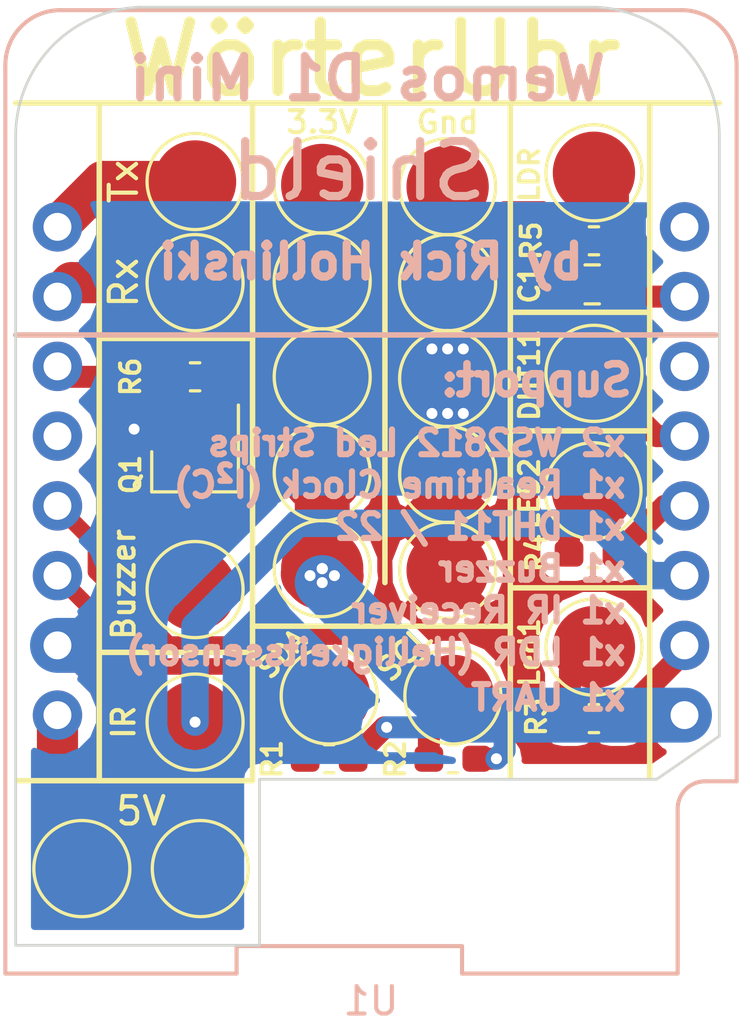
<source format=kicad_pcb>
(kicad_pcb (version 20171130) (host pcbnew "(5.0.0)")

  (general
    (thickness 1.6)
    (drawings 38)
    (tracks 130)
    (zones 0)
    (modules 31)
    (nets 18)
  )

  (page A4)
  (layers
    (0 F.Cu signal)
    (31 B.Cu signal)
    (32 B.Adhes user)
    (33 F.Adhes user)
    (34 B.Paste user)
    (35 F.Paste user)
    (36 B.SilkS user)
    (37 F.SilkS user)
    (38 B.Mask user)
    (39 F.Mask user)
    (40 Dwgs.User user)
    (41 Cmts.User user)
    (42 Eco1.User user)
    (43 Eco2.User user)
    (44 Edge.Cuts user)
    (45 Margin user)
    (46 B.CrtYd user)
    (47 F.CrtYd user)
    (48 B.Fab user)
    (49 F.Fab user)
  )

  (setup
    (last_trace_width 0.25)
    (user_trace_width 0.4)
    (user_trace_width 0.5)
    (user_trace_width 0.6)
    (user_trace_width 0.8)
    (user_trace_width 1)
    (user_trace_width 1.5)
    (user_trace_width 2)
    (trace_clearance 0.2)
    (zone_clearance 0.508)
    (zone_45_only no)
    (trace_min 0.2)
    (segment_width 0.2)
    (edge_width 0.2)
    (via_size 0.6)
    (via_drill 0.4)
    (via_min_size 0.4)
    (via_min_drill 0.3)
    (uvia_size 0.3)
    (uvia_drill 0.1)
    (uvias_allowed no)
    (uvia_min_size 0.2)
    (uvia_min_drill 0.1)
    (pcb_text_width 0.3)
    (pcb_text_size 1.5 1.5)
    (mod_edge_width 0.15)
    (mod_text_size 1 1)
    (mod_text_width 0.15)
    (pad_size 1.5 1.5)
    (pad_drill 0.6)
    (pad_to_mask_clearance 0)
    (aux_axis_origin 0 0)
    (visible_elements 7FFFFFFF)
    (pcbplotparams
      (layerselection 0x010fc_ffffffff)
      (usegerberextensions false)
      (usegerberattributes false)
      (usegerberadvancedattributes false)
      (creategerberjobfile false)
      (excludeedgelayer true)
      (linewidth 0.100000)
      (plotframeref false)
      (viasonmask false)
      (mode 1)
      (useauxorigin false)
      (hpglpennumber 1)
      (hpglpenspeed 20)
      (hpglpendiameter 15.000000)
      (psnegative false)
      (psa4output false)
      (plotreference true)
      (plotvalue true)
      (plotinvisibletext false)
      (padsonsilk false)
      (subtractmaskfromsilk false)
      (outputformat 1)
      (mirror false)
      (drillshape 0)
      (scaleselection 1)
      (outputdirectory "./Gerber"))
  )

  (net 0 "")
  (net 1 +3V3)
  (net 2 GND)
  (net 3 +5V)
  (net 4 "Net-(J18-Pad1)")
  (net 5 "Net-(J3-Pad1)")
  (net 6 "Net-(J6-Pad1)")
  (net 7 "Net-(J7-Pad1)")
  (net 8 "Net-(J9-Pad1)")
  (net 9 "Net-(J12-Pad1)")
  (net 10 "Net-(J13-Pad1)")
  (net 11 "Net-(J20-Pad1)")
  (net 12 "Net-(J21-Pad1)")
  (net 13 "Net-(R3-Pad2)")
  (net 14 "Net-(R4-Pad1)")
  (net 15 "Net-(R6-Pad2)")
  (net 16 "Net-(Q1-Pad1)")
  (net 17 "Net-(C1-Pad1)")

  (net_class Default "Dies ist die voreingestellte Netzklasse."
    (clearance 0.2)
    (trace_width 0.25)
    (via_dia 0.6)
    (via_drill 0.4)
    (uvia_dia 0.3)
    (uvia_drill 0.1)
    (add_net +3V3)
    (add_net +5V)
    (add_net GND)
    (add_net "Net-(C1-Pad1)")
    (add_net "Net-(J12-Pad1)")
    (add_net "Net-(J13-Pad1)")
    (add_net "Net-(J18-Pad1)")
    (add_net "Net-(J20-Pad1)")
    (add_net "Net-(J21-Pad1)")
    (add_net "Net-(J3-Pad1)")
    (add_net "Net-(J6-Pad1)")
    (add_net "Net-(J7-Pad1)")
    (add_net "Net-(J9-Pad1)")
    (add_net "Net-(Q1-Pad1)")
    (add_net "Net-(R3-Pad2)")
    (add_net "Net-(R4-Pad1)")
    (add_net "Net-(R6-Pad2)")
  )

  (module Package_TO_SOT_SMD:SOT-23_Handsoldering (layer F.Cu) (tedit 5BD8CBE4) (tstamp 5BF3A81A)
    (at 142.1765 81.28 270)
    (descr "SOT-23, Handsoldering")
    (tags SOT-23)
    (path /5BD8CE1A)
    (attr smd)
    (fp_text reference Q1 (at 0.127 2.3495 90) (layer F.SilkS)
      (effects (font (size 0.7 0.7) (thickness 0.15)))
    )
    (fp_text value S8050 (at 0 2.5 270) (layer F.Fab)
      (effects (font (size 1 1) (thickness 0.15)))
    )
    (fp_text user %R (at 0 0) (layer F.Fab)
      (effects (font (size 0.5 0.5) (thickness 0.075)))
    )
    (fp_line (start 0.76 1.58) (end 0.76 0.65) (layer F.SilkS) (width 0.12))
    (fp_line (start 0.76 -1.58) (end 0.76 -0.65) (layer F.SilkS) (width 0.12))
    (fp_line (start -2.7 -1.75) (end 2.7 -1.75) (layer F.CrtYd) (width 0.05))
    (fp_line (start 2.7 -1.75) (end 2.7 1.75) (layer F.CrtYd) (width 0.05))
    (fp_line (start 2.7 1.75) (end -2.7 1.75) (layer F.CrtYd) (width 0.05))
    (fp_line (start -2.7 1.75) (end -2.7 -1.75) (layer F.CrtYd) (width 0.05))
    (fp_line (start 0.76 -1.58) (end -2.4 -1.58) (layer F.SilkS) (width 0.12))
    (fp_line (start -0.7 -0.95) (end -0.7 1.5) (layer F.Fab) (width 0.1))
    (fp_line (start -0.15 -1.52) (end 0.7 -1.52) (layer F.Fab) (width 0.1))
    (fp_line (start -0.7 -0.95) (end -0.15 -1.52) (layer F.Fab) (width 0.1))
    (fp_line (start 0.7 -1.52) (end 0.7 1.52) (layer F.Fab) (width 0.1))
    (fp_line (start -0.7 1.52) (end 0.7 1.52) (layer F.Fab) (width 0.1))
    (fp_line (start 0.76 1.58) (end -0.7 1.58) (layer F.SilkS) (width 0.12))
    (pad 1 smd rect (at -1.5 -0.95 270) (size 1.9 0.8) (layers F.Cu F.Paste F.Mask)
      (net 16 "Net-(Q1-Pad1)"))
    (pad 2 smd rect (at -1.5 0.95 270) (size 1.9 0.8) (layers F.Cu F.Paste F.Mask)
      (net 2 GND))
    (pad 3 smd rect (at 1.5 0 270) (size 1.9 0.8) (layers F.Cu F.Paste F.Mask)
      (net 4 "Net-(J18-Pad1)"))
    (model ${KISYS3DMOD}/Package_TO_SOT_SMD.3dshapes/SOT-23.wrl
      (at (xyz 0 0 0))
      (scale (xyz 1 1 1))
      (rotate (xyz 0 0 0))
    )
  )

  (module Resistor_SMD:R_0603_1608Metric_Pad1.05x0.95mm_HandSolder (layer F.Cu) (tedit 5BD8C99C) (tstamp 5BF3A82E)
    (at 147.066 91.7575 180)
    (descr "Resistor SMD 0603 (1608 Metric), square (rectangular) end terminal, IPC_7351 nominal with elongated pad for handsoldering. (Body size source: http://www.tortai-tech.com/upload/download/2011102023233369053.pdf), generated with kicad-footprint-generator")
    (tags "resistor handsolder")
    (path /5C3C1A30)
    (attr smd)
    (fp_text reference R1 (at 2.0828 -0.0127 270) (layer F.SilkS)
      (effects (font (size 0.7 0.7) (thickness 0.15)))
    )
    (fp_text value 10k (at 0 1.43 180) (layer F.Fab)
      (effects (font (size 1 1) (thickness 0.15)))
    )
    (fp_text user %R (at 0 0 180) (layer F.Fab)
      (effects (font (size 0.4 0.4) (thickness 0.06)))
    )
    (fp_line (start 1.65 0.73) (end -1.65 0.73) (layer F.CrtYd) (width 0.05))
    (fp_line (start 1.65 -0.73) (end 1.65 0.73) (layer F.CrtYd) (width 0.05))
    (fp_line (start -1.65 -0.73) (end 1.65 -0.73) (layer F.CrtYd) (width 0.05))
    (fp_line (start -1.65 0.73) (end -1.65 -0.73) (layer F.CrtYd) (width 0.05))
    (fp_line (start -0.171267 0.51) (end 0.171267 0.51) (layer F.SilkS) (width 0.12))
    (fp_line (start -0.171267 -0.51) (end 0.171267 -0.51) (layer F.SilkS) (width 0.12))
    (fp_line (start 0.8 0.4) (end -0.8 0.4) (layer F.Fab) (width 0.1))
    (fp_line (start 0.8 -0.4) (end 0.8 0.4) (layer F.Fab) (width 0.1))
    (fp_line (start -0.8 -0.4) (end 0.8 -0.4) (layer F.Fab) (width 0.1))
    (fp_line (start -0.8 0.4) (end -0.8 -0.4) (layer F.Fab) (width 0.1))
    (pad 2 smd roundrect (at 0.875 0 180) (size 1.05 0.95) (layers F.Cu F.Paste F.Mask) (roundrect_rratio 0.25)
      (net 7 "Net-(J7-Pad1)"))
    (pad 1 smd roundrect (at -0.875 0 180) (size 1.05 0.95) (layers F.Cu F.Paste F.Mask) (roundrect_rratio 0.25)
      (net 1 +3V3))
    (model ${KISYS3DMOD}/Resistor_SMD.3dshapes/R_0603_1608Metric.wrl
      (at (xyz 0 0 0))
      (scale (xyz 1 1 1))
      (rotate (xyz 0 0 0))
    )
  )

  (module Resistor_SMD:R_0603_1608Metric_Pad1.05x0.95mm_HandSolder (layer F.Cu) (tedit 5BD8C98C) (tstamp 5BF3B216)
    (at 151.5745 91.7575 180)
    (descr "Resistor SMD 0603 (1608 Metric), square (rectangular) end terminal, IPC_7351 nominal with elongated pad for handsoldering. (Body size source: http://www.tortai-tech.com/upload/download/2011102023233369053.pdf), generated with kicad-footprint-generator")
    (tags "resistor handsolder")
    (path /5C3C1ACA)
    (attr smd)
    (fp_text reference R2 (at 2.0955 -0.0127 270) (layer F.SilkS)
      (effects (font (size 0.7 0.7) (thickness 0.15)))
    )
    (fp_text value 10 (at 0 1.43 180) (layer F.Fab)
      (effects (font (size 1 1) (thickness 0.15)))
    )
    (fp_line (start -0.8 0.4) (end -0.8 -0.4) (layer F.Fab) (width 0.1))
    (fp_line (start -0.8 -0.4) (end 0.8 -0.4) (layer F.Fab) (width 0.1))
    (fp_line (start 0.8 -0.4) (end 0.8 0.4) (layer F.Fab) (width 0.1))
    (fp_line (start 0.8 0.4) (end -0.8 0.4) (layer F.Fab) (width 0.1))
    (fp_line (start -0.171267 -0.51) (end 0.171267 -0.51) (layer F.SilkS) (width 0.12))
    (fp_line (start -0.171267 0.51) (end 0.171267 0.51) (layer F.SilkS) (width 0.12))
    (fp_line (start -1.65 0.73) (end -1.65 -0.73) (layer F.CrtYd) (width 0.05))
    (fp_line (start -1.65 -0.73) (end 1.65 -0.73) (layer F.CrtYd) (width 0.05))
    (fp_line (start 1.65 -0.73) (end 1.65 0.73) (layer F.CrtYd) (width 0.05))
    (fp_line (start 1.65 0.73) (end -1.65 0.73) (layer F.CrtYd) (width 0.05))
    (fp_text user %R (at 0 0 180) (layer F.Fab)
      (effects (font (size 0.4 0.4) (thickness 0.06)))
    )
    (pad 1 smd roundrect (at -0.875 0 180) (size 1.05 0.95) (layers F.Cu F.Paste F.Mask) (roundrect_rratio 0.25)
      (net 1 +3V3))
    (pad 2 smd roundrect (at 0.875 0 180) (size 1.05 0.95) (layers F.Cu F.Paste F.Mask) (roundrect_rratio 0.25)
      (net 8 "Net-(J9-Pad1)"))
    (model ${KISYS3DMOD}/Resistor_SMD.3dshapes/R_0603_1608Metric.wrl
      (at (xyz 0 0 0))
      (scale (xyz 1 1 1))
      (rotate (xyz 0 0 0))
    )
  )

  (module Resistor_SMD:R_0603_1608Metric_Pad1.05x0.95mm_HandSolder (layer F.Cu) (tedit 5BD8C983) (tstamp 5BF3A84E)
    (at 156.718 90.297)
    (descr "Resistor SMD 0603 (1608 Metric), square (rectangular) end terminal, IPC_7351 nominal with elongated pad for handsoldering. (Body size source: http://www.tortai-tech.com/upload/download/2011102023233369053.pdf), generated with kicad-footprint-generator")
    (tags "resistor handsolder")
    (path /5B88503D)
    (attr smd)
    (fp_text reference R3 (at -2.0955 -0.0635 270) (layer F.SilkS)
      (effects (font (size 0.7 0.7) (thickness 0.15)))
    )
    (fp_text value 220 (at 0 1.43) (layer F.Fab)
      (effects (font (size 1 1) (thickness 0.15)))
    )
    (fp_line (start -0.8 0.4) (end -0.8 -0.4) (layer F.Fab) (width 0.1))
    (fp_line (start -0.8 -0.4) (end 0.8 -0.4) (layer F.Fab) (width 0.1))
    (fp_line (start 0.8 -0.4) (end 0.8 0.4) (layer F.Fab) (width 0.1))
    (fp_line (start 0.8 0.4) (end -0.8 0.4) (layer F.Fab) (width 0.1))
    (fp_line (start -0.171267 -0.51) (end 0.171267 -0.51) (layer F.SilkS) (width 0.12))
    (fp_line (start -0.171267 0.51) (end 0.171267 0.51) (layer F.SilkS) (width 0.12))
    (fp_line (start -1.65 0.73) (end -1.65 -0.73) (layer F.CrtYd) (width 0.05))
    (fp_line (start -1.65 -0.73) (end 1.65 -0.73) (layer F.CrtYd) (width 0.05))
    (fp_line (start 1.65 -0.73) (end 1.65 0.73) (layer F.CrtYd) (width 0.05))
    (fp_line (start 1.65 0.73) (end -1.65 0.73) (layer F.CrtYd) (width 0.05))
    (fp_text user %R (at -2.794 -0.762 270) (layer F.Fab)
      (effects (font (size 0.4 0.4) (thickness 0.06)))
    )
    (pad 1 smd roundrect (at -0.875 0) (size 1.05 0.95) (layers F.Cu F.Paste F.Mask) (roundrect_rratio 0.25)
      (net 5 "Net-(J3-Pad1)"))
    (pad 2 smd roundrect (at 0.875 0) (size 1.05 0.95) (layers F.Cu F.Paste F.Mask) (roundrect_rratio 0.25)
      (net 13 "Net-(R3-Pad2)"))
    (model ${KISYS3DMOD}/Resistor_SMD.3dshapes/R_0603_1608Metric.wrl
      (at (xyz 0 0 0))
      (scale (xyz 1 1 1))
      (rotate (xyz 0 0 0))
    )
  )

  (module Resistor_SMD:R_0603_1608Metric_Pad1.05x0.95mm_HandSolder (layer F.Cu) (tedit 5BD8C827) (tstamp 5BF400E5)
    (at 156.68459 84.287398 180)
    (descr "Resistor SMD 0603 (1608 Metric), square (rectangular) end terminal, IPC_7351 nominal with elongated pad for handsoldering. (Body size source: http://www.tortai-tech.com/upload/download/2011102023233369053.pdf), generated with kicad-footprint-generator")
    (tags "resistor handsolder")
    (path /5B885092)
    (attr smd)
    (fp_text reference R4 (at 2.06209 0.022898 270) (layer F.SilkS)
      (effects (font (size 0.7 0.7) (thickness 0.15)))
    )
    (fp_text value 220 (at 0 1.43 180) (layer F.Fab)
      (effects (font (size 1 1) (thickness 0.15)))
    )
    (fp_text user %R (at 0 0 180) (layer F.Fab)
      (effects (font (size 0.4 0.4) (thickness 0.06)))
    )
    (fp_line (start 1.65 0.73) (end -1.65 0.73) (layer F.CrtYd) (width 0.05))
    (fp_line (start 1.65 -0.73) (end 1.65 0.73) (layer F.CrtYd) (width 0.05))
    (fp_line (start -1.65 -0.73) (end 1.65 -0.73) (layer F.CrtYd) (width 0.05))
    (fp_line (start -1.65 0.73) (end -1.65 -0.73) (layer F.CrtYd) (width 0.05))
    (fp_line (start -0.171267 0.51) (end 0.171267 0.51) (layer F.SilkS) (width 0.12))
    (fp_line (start -0.171267 -0.51) (end 0.171267 -0.51) (layer F.SilkS) (width 0.12))
    (fp_line (start 0.8 0.4) (end -0.8 0.4) (layer F.Fab) (width 0.1))
    (fp_line (start 0.8 -0.4) (end 0.8 0.4) (layer F.Fab) (width 0.1))
    (fp_line (start -0.8 -0.4) (end 0.8 -0.4) (layer F.Fab) (width 0.1))
    (fp_line (start -0.8 0.4) (end -0.8 -0.4) (layer F.Fab) (width 0.1))
    (pad 2 smd roundrect (at 0.875 0 180) (size 1.05 0.95) (layers F.Cu F.Paste F.Mask) (roundrect_rratio 0.25)
      (net 9 "Net-(J12-Pad1)"))
    (pad 1 smd roundrect (at -0.875 0 180) (size 1.05 0.95) (layers F.Cu F.Paste F.Mask) (roundrect_rratio 0.25)
      (net 14 "Net-(R4-Pad1)"))
    (model ${KISYS3DMOD}/Resistor_SMD.3dshapes/R_0603_1608Metric.wrl
      (at (xyz 0 0 0))
      (scale (xyz 1 1 1))
      (rotate (xyz 0 0 0))
    )
  )

  (module Resistor_SMD:R_0603_1608Metric_Pad1.05x0.95mm_HandSolder (layer F.Cu) (tedit 5BD8C96D) (tstamp 5BF3A86E)
    (at 156.718 72.898 180)
    (descr "Resistor SMD 0603 (1608 Metric), square (rectangular) end terminal, IPC_7351 nominal with elongated pad for handsoldering. (Body size source: http://www.tortai-tech.com/upload/download/2011102023233369053.pdf), generated with kicad-footprint-generator")
    (tags "resistor handsolder")
    (path /5B884608)
    (attr smd)
    (fp_text reference R5 (at 2.286 0 90) (layer F.SilkS)
      (effects (font (size 0.7 0.7) (thickness 0.15)))
    )
    (fp_text value 20k (at 0 1.43 180) (layer F.Fab)
      (effects (font (size 1 1) (thickness 0.15)))
    )
    (fp_text user %R (at 0 0 180) (layer F.Fab)
      (effects (font (size 0.4 0.4) (thickness 0.06)))
    )
    (fp_line (start 1.65 0.73) (end -1.65 0.73) (layer F.CrtYd) (width 0.05))
    (fp_line (start 1.65 -0.73) (end 1.65 0.73) (layer F.CrtYd) (width 0.05))
    (fp_line (start -1.65 -0.73) (end 1.65 -0.73) (layer F.CrtYd) (width 0.05))
    (fp_line (start -1.65 0.73) (end -1.65 -0.73) (layer F.CrtYd) (width 0.05))
    (fp_line (start -0.171267 0.51) (end 0.171267 0.51) (layer F.SilkS) (width 0.12))
    (fp_line (start -0.171267 -0.51) (end 0.171267 -0.51) (layer F.SilkS) (width 0.12))
    (fp_line (start 0.8 0.4) (end -0.8 0.4) (layer F.Fab) (width 0.1))
    (fp_line (start 0.8 -0.4) (end 0.8 0.4) (layer F.Fab) (width 0.1))
    (fp_line (start -0.8 -0.4) (end 0.8 -0.4) (layer F.Fab) (width 0.1))
    (fp_line (start -0.8 0.4) (end -0.8 -0.4) (layer F.Fab) (width 0.1))
    (pad 2 smd roundrect (at 0.875 0 180) (size 1.05 0.95) (layers F.Cu F.Paste F.Mask) (roundrect_rratio 0.25)
      (net 2 GND))
    (pad 1 smd roundrect (at -0.875 0 180) (size 1.05 0.95) (layers F.Cu F.Paste F.Mask) (roundrect_rratio 0.25)
      (net 17 "Net-(C1-Pad1)"))
    (model ${KISYS3DMOD}/Resistor_SMD.3dshapes/R_0603_1608Metric.wrl
      (at (xyz 0 0 0))
      (scale (xyz 1 1 1))
      (rotate (xyz 0 0 0))
    )
  )

  (module Resistor_SMD:R_0603_1608Metric_Pad1.05x0.95mm_HandSolder (layer F.Cu) (tedit 5BD8CB64) (tstamp 5BF3A87E)
    (at 142.1765 77.851 180)
    (descr "Resistor SMD 0603 (1608 Metric), square (rectangular) end terminal, IPC_7351 nominal with elongated pad for handsoldering. (Body size source: http://www.tortai-tech.com/upload/download/2011102023233369053.pdf), generated with kicad-footprint-generator")
    (tags "resistor handsolder")
    (path /5B885718)
    (attr smd)
    (fp_text reference R6 (at 2.3495 0 270) (layer F.SilkS)
      (effects (font (size 0.7 0.7) (thickness 0.15)))
    )
    (fp_text value 1k (at 0 1.43 180) (layer F.Fab)
      (effects (font (size 1 1) (thickness 0.15)))
    )
    (fp_line (start -0.8 0.4) (end -0.8 -0.4) (layer F.Fab) (width 0.1))
    (fp_line (start -0.8 -0.4) (end 0.8 -0.4) (layer F.Fab) (width 0.1))
    (fp_line (start 0.8 -0.4) (end 0.8 0.4) (layer F.Fab) (width 0.1))
    (fp_line (start 0.8 0.4) (end -0.8 0.4) (layer F.Fab) (width 0.1))
    (fp_line (start -0.171267 -0.51) (end 0.171267 -0.51) (layer F.SilkS) (width 0.12))
    (fp_line (start -0.171267 0.51) (end 0.171267 0.51) (layer F.SilkS) (width 0.12))
    (fp_line (start -1.65 0.73) (end -1.65 -0.73) (layer F.CrtYd) (width 0.05))
    (fp_line (start -1.65 -0.73) (end 1.65 -0.73) (layer F.CrtYd) (width 0.05))
    (fp_line (start 1.65 -0.73) (end 1.65 0.73) (layer F.CrtYd) (width 0.05))
    (fp_line (start 1.65 0.73) (end -1.65 0.73) (layer F.CrtYd) (width 0.05))
    (fp_text user %R (at 0 0 180) (layer F.Fab)
      (effects (font (size 0.4 0.4) (thickness 0.06)))
    )
    (pad 1 smd roundrect (at -0.875 0 180) (size 1.05 0.95) (layers F.Cu F.Paste F.Mask) (roundrect_rratio 0.25)
      (net 16 "Net-(Q1-Pad1)"))
    (pad 2 smd roundrect (at 0.875 0 180) (size 1.05 0.95) (layers F.Cu F.Paste F.Mask) (roundrect_rratio 0.25)
      (net 15 "Net-(R6-Pad2)"))
    (model ${KISYS3DMOD}/Resistor_SMD.3dshapes/R_0603_1608Metric.wrl
      (at (xyz 0 0 0))
      (scale (xyz 1 1 1))
      (rotate (xyz 0 0 0))
    )
  )

  (module wemos-d1-mini:wemos-d1-mini-connectors-only (layer B.Cu) (tedit 58B56BF5) (tstamp 5C01BA99)
    (at 148.59 81.28 90)
    (path /5C3EA837)
    (fp_text reference U1 (at -19.3 0) (layer B.SilkS)
      (effects (font (size 1 1) (thickness 0.15)) (justify mirror))
    )
    (fp_text value WeMos_mini (at 0 0 90) (layer B.Fab)
      (effects (font (size 1 1) (thickness 0.15)) (justify mirror))
    )
    (fp_line (start -18.3 -13.33) (end 14.78 -13.33) (layer B.SilkS) (width 0.15))
    (fp_line (start 16.78 -11.33) (end 16.78 11.33) (layer B.SilkS) (width 0.15))
    (fp_line (start 14.78 13.33) (end -11.3 13.33) (layer B.SilkS) (width 0.15))
    (fp_line (start -18.3 11.18) (end -18.3 3.32) (layer B.SilkS) (width 0.15))
    (fp_line (start -18.3 3.32) (end -17.3 3.32) (layer B.SilkS) (width 0.15))
    (fp_line (start -17.3 3.32) (end -17.3 -4.9) (layer B.SilkS) (width 0.15))
    (fp_line (start -17.3 -4.9) (end -18.3 -4.9) (layer B.SilkS) (width 0.15))
    (fp_line (start -18.3 -4.9) (end -18.3 -13.329999) (layer B.SilkS) (width 0.15))
    (fp_line (start -11.48 13.5) (end 14.85 13.5) (layer B.CrtYd) (width 0.05))
    (fp_line (start 16.94 11.5) (end 16.94 -11.5) (layer B.CrtYd) (width 0.05))
    (fp_line (start 14.94 -13.5) (end -18.46 -13.5) (layer B.CrtYd) (width 0.05))
    (fp_line (start -18.46 -13.5) (end -18.46 11.33) (layer B.CrtYd) (width 0.05))
    (fp_arc (start 14.78 11.33) (end 14.78 13.33) (angle -90) (layer B.SilkS) (width 0.15))
    (fp_arc (start 14.78 -11.33) (end 16.78 -11.33) (angle -90) (layer B.SilkS) (width 0.15))
    (fp_arc (start 14.94 -11.5) (end 16.94 -11.5) (angle -90) (layer B.CrtYd) (width 0.05))
    (fp_arc (start 14.94 11.5) (end 14.85 13.5) (angle -92.57657183) (layer B.CrtYd) (width 0.05))
    (fp_line (start -18.3 11.18) (end -12.3 11.18) (layer B.SilkS) (width 0.15))
    (fp_arc (start -12.3 12.18) (end -11.3 12.18) (angle -90) (layer B.SilkS) (width 0.15))
    (fp_line (start -11.3 12.17) (end -11.3 13.33) (layer B.SilkS) (width 0.15))
    (fp_line (start -11.3 13.33) (end -11.3 13.33) (layer B.SilkS) (width 0.15))
    (fp_line (start -11.48 13.5) (end -11.48 12.33) (layer B.CrtYd) (width 0.05))
    (fp_line (start -18.46 11.33) (end -12.48 11.33) (layer B.CrtYd) (width 0.05))
    (fp_arc (start -12.48 12.33) (end -11.48 12.33) (angle -90) (layer B.CrtYd) (width 0.05))
    (pad 16 thru_hole circle (at -8.89 11.43 90) (size 1.8 1.8) (drill 1.016) (layers *.Cu *.Mask)
      (net 1 +3V3))
    (pad 1 thru_hole circle (at -8.89 -11.43 90) (size 1.8 1.8) (drill 1.016) (layers *.Cu *.Mask)
      (net 3 +5V))
    (pad 15 thru_hole circle (at -6.35 11.43 90) (size 1.8 1.8) (drill 1.016) (layers *.Cu *.Mask)
      (net 13 "Net-(R3-Pad2)"))
    (pad 2 thru_hole circle (at -6.35 -11.43 90) (size 1.8 1.8) (drill 1.016) (layers *.Cu *.Mask)
      (net 2 GND))
    (pad 14 thru_hole circle (at -3.81 11.43 90) (size 1.8 1.8) (drill 1.016) (layers *.Cu *.Mask)
      (net 6 "Net-(J6-Pad1)"))
    (pad 3 thru_hole circle (at -3.81 -11.43 90) (size 1.8 1.8) (drill 1.016) (layers *.Cu *.Mask)
      (net 7 "Net-(J7-Pad1)"))
    (pad 13 thru_hole circle (at -1.27 11.43 90) (size 1.8 1.8) (drill 1.016) (layers *.Cu *.Mask)
      (net 14 "Net-(R4-Pad1)"))
    (pad 4 thru_hole circle (at -1.27 -11.43 90) (size 1.8 1.8) (drill 1.016) (layers *.Cu *.Mask)
      (net 8 "Net-(J9-Pad1)"))
    (pad 12 thru_hole circle (at 1.27 11.43 90) (size 1.8 1.8) (drill 1.016) (layers *.Cu *.Mask)
      (net 10 "Net-(J13-Pad1)"))
    (pad 5 thru_hole circle (at 1.27 -11.43 90) (size 1.8 1.8) (drill 1.016) (layers *.Cu *.Mask))
    (pad 11 thru_hole circle (at 3.81 11.43 90) (size 1.8 1.8) (drill 1.016) (layers *.Cu *.Mask))
    (pad 6 thru_hole circle (at 3.81 -11.43 90) (size 1.8 1.8) (drill 1.016) (layers *.Cu *.Mask)
      (net 15 "Net-(R6-Pad2)"))
    (pad 10 thru_hole circle (at 6.35 11.43 90) (size 1.8 1.8) (drill 1.016) (layers *.Cu *.Mask)
      (net 17 "Net-(C1-Pad1)"))
    (pad 7 thru_hole circle (at 6.35 -11.43 90) (size 1.8 1.8) (drill 1.016) (layers *.Cu *.Mask)
      (net 11 "Net-(J20-Pad1)"))
    (pad 9 thru_hole circle (at 8.89 11.43 90) (size 1.8 1.8) (drill 1.016) (layers *.Cu *.Mask))
    (pad 8 thru_hole circle (at 8.89 -11.43 90) (size 1.8 1.8) (drill 1.016) (layers *.Cu *.Mask)
      (net 12 "Net-(J21-Pad1)"))
    (model ${KIPRJMOD}/3dshapes/wemos_d1_mini.3dshapes/SLW-108-01-G-S.wrl
      (offset (xyz 0 -11.39999982878918 0))
      (scale (xyz 0.3937 0.3937 0.3937))
      (rotate (xyz -90 0 0))
    )
    (model ${KIPRJMOD}/3dshapes/wemos_d1_mini.3dshapes/SLW-108-01-G-S.wrl
      (offset (xyz 0 11.39999982878918 0))
      (scale (xyz 0.3937 0.3937 0.3937))
      (rotate (xyz -90 0 0))
    )
    (model ${KIPRJMOD}/3dshapes/wemos_d1_mini.3dshapes/TSW-108-05-G-S.wrl
      (offset (xyz 0 -11.39999982878918 7.299999890364999))
      (scale (xyz 0.3937 0.3937 0.3937))
      (rotate (xyz 90 0 0))
    )
    (model ${KIPRJMOD}/3dshapes/wemos_d1_mini.3dshapes/TSW-108-05-G-S.wrl
      (offset (xyz 0 11.39999982878918 7.299999890364999))
      (scale (xyz 0.3937 0.3937 0.3937))
      (rotate (xyz 90 0 0))
    )
  )

  (module Capacitor_SMD:C_0805_2012Metric_Pad1.15x1.40mm_HandSolder (layer F.Cu) (tedit 5BD8E305) (tstamp 5C0F2227)
    (at 156.6545 74.4855 180)
    (descr "Capacitor SMD 0805 (2012 Metric), square (rectangular) end terminal, IPC_7351 nominal with elongated pad for handsoldering. (Body size source: https://docs.google.com/spreadsheets/d/1BsfQQcO9C6DZCsRaXUlFlo91Tg2WpOkGARC1WS5S8t0/edit?usp=sharing), generated with kicad-footprint-generator")
    (tags "capacitor handsolder")
    (path /5BD8F5C8)
    (attr smd)
    (fp_text reference C1 (at 2.286 0 270) (layer F.SilkS)
      (effects (font (size 0.7 0.7) (thickness 0.15)))
    )
    (fp_text value 1µ (at 0 1.65 180) (layer F.Fab)
      (effects (font (size 1 1) (thickness 0.15)))
    )
    (fp_line (start -1 0.6) (end -1 -0.6) (layer F.Fab) (width 0.1))
    (fp_line (start -1 -0.6) (end 1 -0.6) (layer F.Fab) (width 0.1))
    (fp_line (start 1 -0.6) (end 1 0.6) (layer F.Fab) (width 0.1))
    (fp_line (start 1 0.6) (end -1 0.6) (layer F.Fab) (width 0.1))
    (fp_line (start -0.261252 -0.71) (end 0.261252 -0.71) (layer F.SilkS) (width 0.12))
    (fp_line (start -0.261252 0.71) (end 0.261252 0.71) (layer F.SilkS) (width 0.12))
    (fp_line (start -1.85 0.95) (end -1.85 -0.95) (layer F.CrtYd) (width 0.05))
    (fp_line (start -1.85 -0.95) (end 1.85 -0.95) (layer F.CrtYd) (width 0.05))
    (fp_line (start 1.85 -0.95) (end 1.85 0.95) (layer F.CrtYd) (width 0.05))
    (fp_line (start 1.85 0.95) (end -1.85 0.95) (layer F.CrtYd) (width 0.05))
    (fp_text user %R (at 0 0 180) (layer F.Fab)
      (effects (font (size 0.5 0.5) (thickness 0.08)))
    )
    (pad 1 smd roundrect (at -1.025 0 180) (size 1.15 1.4) (layers F.Cu F.Paste F.Mask) (roundrect_rratio 0.217391)
      (net 17 "Net-(C1-Pad1)"))
    (pad 2 smd roundrect (at 1.025 0 180) (size 1.15 1.4) (layers F.Cu F.Paste F.Mask) (roundrect_rratio 0.217391)
      (net 2 GND))
    (model ${KISYS3DMOD}/Capacitor_SMD.3dshapes/C_0805_2012Metric.wrl
      (at (xyz 0 0 0))
      (scale (xyz 1 1 1))
      (rotate (xyz 0 0 0))
    )
  )

  (module TestPoint:TestPoint_Pad_D3.0mm (layer F.Cu) (tedit 5BD8ECFF) (tstamp 5C1C7F75)
    (at 142.367 95.758)
    (descr "SMD pad as test Point, diameter 3.0mm")
    (tags "test point SMD pad")
    (path /5C3CAB95)
    (attr virtual)
    (fp_text reference J1 (at 0 -2.398) (layer F.SilkS) hide
      (effects (font (size 1 1) (thickness 0.15)))
    )
    (fp_text value 5V (at 0 2.55) (layer F.Fab)
      (effects (font (size 1 1) (thickness 0.15)))
    )
    (fp_circle (center 0 0) (end 0 1.75) (layer F.SilkS) (width 0.12))
    (fp_circle (center 0 0) (end 2 0) (layer F.CrtYd) (width 0.05))
    (fp_text user %R (at 0 -2.4) (layer F.Fab)
      (effects (font (size 1 1) (thickness 0.15)))
    )
    (pad 1 smd circle (at 0 0) (size 3 3) (layers F.Cu F.Mask)
      (net 3 +5V))
  )

  (module TestPoint:TestPoint_Pad_D3.0mm (layer F.Cu) (tedit 5BD8ED54) (tstamp 5C1C7F7C)
    (at 151.384 84.8995 90)
    (descr "SMD pad as test Point, diameter 3.0mm")
    (tags "test point SMD pad")
    (path /5C3C92EC)
    (attr virtual)
    (fp_text reference J2 (at 0 -2.398 90) (layer F.SilkS) hide
      (effects (font (size 1 1) (thickness 0.15)))
    )
    (fp_text value Gnd (at 0 2.55 90) (layer F.Fab)
      (effects (font (size 1 1) (thickness 0.15)))
    )
    (fp_circle (center 0 0) (end 0 1.75) (layer F.SilkS) (width 0.12))
    (fp_circle (center 0 0) (end 2 0) (layer F.CrtYd) (width 0.05))
    (fp_text user %R (at 0 -2.4 90) (layer F.Fab)
      (effects (font (size 1 1) (thickness 0.15)))
    )
    (pad 1 smd circle (at 0 0 90) (size 3 3) (layers F.Cu F.Mask)
      (net 2 GND))
  )

  (module TestPoint:TestPoint_Pad_D3.0mm (layer F.Cu) (tedit 5BD8EDC3) (tstamp 5C1C7F83)
    (at 156.718 87.6935 270)
    (descr "SMD pad as test Point, diameter 3.0mm")
    (tags "test point SMD pad")
    (path /5B884EB6)
    (attr virtual)
    (fp_text reference J3 (at 0 -2.398 270) (layer F.SilkS) hide
      (effects (font (size 1 1) (thickness 0.15)))
    )
    (fp_text value Led1 (at 0.1905 2.3495 270) (layer F.SilkS)
      (effects (font (size 0.7 0.7) (thickness 0.15)))
    )
    (fp_text user %R (at 0 -2.4 270) (layer F.Fab)
      (effects (font (size 1 1) (thickness 0.15)))
    )
    (fp_circle (center 0 0) (end 2 0) (layer F.CrtYd) (width 0.05))
    (fp_circle (center 0 0) (end 0 1.75) (layer F.SilkS) (width 0.12))
    (pad 1 smd circle (at 0 0 270) (size 3 3) (layers F.Cu F.Mask)
      (net 5 "Net-(J3-Pad1)"))
  )

  (module TestPoint:TestPoint_Pad_D3.0mm (layer F.Cu) (tedit 5BD8EE93) (tstamp 5C1C7F8A)
    (at 146.812 70.866 90)
    (descr "SMD pad as test Point, diameter 3.0mm")
    (tags "test point SMD pad")
    (path /5C3D5B82)
    (attr virtual)
    (fp_text reference J4 (at 0 -2.398 90) (layer F.SilkS) hide
      (effects (font (size 1 1) (thickness 0.15)))
    )
    (fp_text value 3.3V (at 2.286 0 180) (layer F.SilkS)
      (effects (font (size 0.8 0.8) (thickness 0.15)))
    )
    (fp_text user %R (at 0 -2.4 90) (layer F.Fab)
      (effects (font (size 1 1) (thickness 0.15)))
    )
    (fp_circle (center 0 0) (end 2 0) (layer F.CrtYd) (width 0.05))
    (fp_circle (center 0 0) (end 0 1.75) (layer F.SilkS) (width 0.12))
    (pad 1 smd circle (at 0 0 90) (size 3 3) (layers F.Cu F.Mask)
      (net 1 +3V3))
  )

  (module TestPoint:TestPoint_Pad_D3.0mm (layer F.Cu) (tedit 5BD8ECE7) (tstamp 5C1C7F91)
    (at 146.812 74.3585 90)
    (descr "SMD pad as test Point, diameter 3.0mm")
    (tags "test point SMD pad")
    (path /5C3C91EA)
    (attr virtual)
    (fp_text reference J5 (at 0 -2.398 90) (layer F.SilkS) hide
      (effects (font (size 1 1) (thickness 0.15)))
    )
    (fp_text value 3.3V (at 0 2.55 90) (layer F.Fab)
      (effects (font (size 1 1) (thickness 0.15)))
    )
    (fp_circle (center 0 0) (end 0 1.75) (layer F.SilkS) (width 0.12))
    (fp_circle (center 0 0) (end 2 0) (layer F.CrtYd) (width 0.05))
    (fp_text user %R (at 0 -2.4 90) (layer F.Fab)
      (effects (font (size 1 1) (thickness 0.15)))
    )
    (pad 1 smd circle (at 0 0 90) (size 3 3) (layers F.Cu F.Mask)
      (net 1 +3V3))
  )

  (module TestPoint:TestPoint_Pad_D3.0mm (layer F.Cu) (tedit 5BDB656F) (tstamp 5C1C7F98)
    (at 142.1765 90.424)
    (descr "SMD pad as test Point, diameter 3.0mm")
    (tags "test point SMD pad")
    (path /5C3DA679)
    (attr virtual)
    (fp_text reference J6 (at 0 -2.398) (layer F.SilkS) hide
      (effects (font (size 1 1) (thickness 0.15)))
    )
    (fp_text value IR (at -2.6035 0 90) (layer F.SilkS)
      (effects (font (size 0.8 0.8) (thickness 0.15)))
    )
    (fp_text user %R (at 0 -2.4) (layer F.Fab)
      (effects (font (size 1 1) (thickness 0.15)))
    )
    (fp_circle (center 0 0) (end 2 0) (layer F.CrtYd) (width 0.05))
    (fp_circle (center 0 0) (end 0 1.75) (layer F.SilkS) (width 0.12))
    (pad 1 smd circle (at 0 0) (size 3 3) (layers F.Cu F.Mask)
      (net 6 "Net-(J6-Pad1)"))
  )

  (module TestPoint:TestPoint_Pad_D3.0mm (layer F.Cu) (tedit 5BDB6462) (tstamp 5BDB8788)
    (at 147.066 89.4715)
    (descr "SMD pad as test Point, diameter 3.0mm")
    (tags "test point SMD pad")
    (path /5C3CAB34)
    (attr virtual)
    (fp_text reference J7 (at 0 -2.398) (layer F.SilkS) hide
      (effects (font (size 1 1) (thickness 0.15)))
    )
    (fp_text value SDA (at -1.7145 -1.524 45) (layer F.SilkS)
      (effects (font (size 0.7 0.7) (thickness 0.15)))
    )
    (fp_text user %R (at 0 -2.4) (layer F.Fab)
      (effects (font (size 1 1) (thickness 0.15)))
    )
    (fp_circle (center 0 0) (end 2 0) (layer F.CrtYd) (width 0.05))
    (fp_circle (center 0 0) (end 0 1.75) (layer F.SilkS) (width 0.12))
    (pad 1 smd circle (at 0 0) (size 3 3) (layers F.Cu F.Mask)
      (net 7 "Net-(J7-Pad1)"))
  )

  (module TestPoint:TestPoint_Pad_D3.0mm (layer F.Cu) (tedit 5BD8ED47) (tstamp 5C1C7FA6)
    (at 151.384 77.9145 90)
    (descr "SMD pad as test Point, diameter 3.0mm")
    (tags "test point SMD pad")
    (path /5C3D6F03)
    (attr virtual)
    (fp_text reference J8 (at 0 -2.398 90) (layer F.SilkS) hide
      (effects (font (size 1 1) (thickness 0.15)))
    )
    (fp_text value Gnd (at 0 2.55 90) (layer F.Fab)
      (effects (font (size 1 1) (thickness 0.15)))
    )
    (fp_circle (center 0 0) (end 0 1.75) (layer F.SilkS) (width 0.12))
    (fp_circle (center 0 0) (end 2 0) (layer F.CrtYd) (width 0.05))
    (fp_text user %R (at 0 -2.4 90) (layer F.Fab)
      (effects (font (size 1 1) (thickness 0.15)))
    )
    (pad 1 smd circle (at 0 0 90) (size 3 3) (layers F.Cu F.Mask)
      (net 2 GND))
  )

  (module TestPoint:TestPoint_Pad_D3.0mm (layer F.Cu) (tedit 5BDB64B4) (tstamp 5C1C7FAD)
    (at 151.5745 89.4715)
    (descr "SMD pad as test Point, diameter 3.0mm")
    (tags "test point SMD pad")
    (path /5C3C92B6)
    (attr virtual)
    (fp_text reference J9 (at 0 -2.398) (layer F.SilkS) hide
      (effects (font (size 1 1) (thickness 0.15)))
    )
    (fp_text value SCL (at -1.778 -1.524 45) (layer F.SilkS)
      (effects (font (size 0.8 0.8) (thickness 0.15)))
    )
    (fp_text user %R (at 0 -2.4) (layer F.Fab)
      (effects (font (size 1 1) (thickness 0.15)))
    )
    (fp_circle (center 0 0) (end 2 0) (layer F.CrtYd) (width 0.05))
    (fp_circle (center 0 0) (end 0 1.75) (layer F.SilkS) (width 0.12))
    (pad 1 smd circle (at 0 0) (size 3 3) (layers F.Cu F.Mask)
      (net 8 "Net-(J9-Pad1)"))
  )

  (module TestPoint:TestPoint_Pad_D3.0mm (layer F.Cu) (tedit 5BD8ED4F) (tstamp 5C1C7FB4)
    (at 151.384 81.407 90)
    (descr "SMD pad as test Point, diameter 3.0mm")
    (tags "test point SMD pad")
    (path /5C3CF90C)
    (attr virtual)
    (fp_text reference J10 (at 0 -2.398 90) (layer F.SilkS) hide
      (effects (font (size 1 1) (thickness 0.15)))
    )
    (fp_text value Gnd (at 0 2.55 90) (layer F.Fab)
      (effects (font (size 1 1) (thickness 0.15)))
    )
    (fp_text user %R (at 0 -2.4 90) (layer F.Fab)
      (effects (font (size 1 1) (thickness 0.15)))
    )
    (fp_circle (center 0 0) (end 2 0) (layer F.CrtYd) (width 0.05))
    (fp_circle (center 0 0) (end 0 1.75) (layer F.SilkS) (width 0.12))
    (pad 1 smd circle (at 0 0 90) (size 3 3) (layers F.Cu F.Mask)
      (net 2 GND))
  )

  (module TestPoint:TestPoint_Pad_D3.0mm (layer F.Cu) (tedit 5BD8ECF9) (tstamp 5C1C7FBB)
    (at 146.812 84.836 90)
    (descr "SMD pad as test Point, diameter 3.0mm")
    (tags "test point SMD pad")
    (path /5C3E6008)
    (attr virtual)
    (fp_text reference J11 (at 0 -2.398 90) (layer F.SilkS) hide
      (effects (font (size 1 1) (thickness 0.15)))
    )
    (fp_text value 3.3V (at 0 2.55 90) (layer F.Fab)
      (effects (font (size 1 1) (thickness 0.15)))
    )
    (fp_circle (center 0 0) (end 0 1.75) (layer F.SilkS) (width 0.12))
    (fp_circle (center 0 0) (end 2 0) (layer F.CrtYd) (width 0.05))
    (fp_text user %R (at 0 -2.4 90) (layer F.Fab)
      (effects (font (size 1 1) (thickness 0.15)))
    )
    (pad 1 smd circle (at 0 0 90) (size 3 3) (layers F.Cu F.Mask)
      (net 1 +3V3))
  )

  (module TestPoint:TestPoint_Pad_D3.0mm (layer F.Cu) (tedit 5BD8EDFF) (tstamp 5C1C7FC2)
    (at 156.68459 82.001398 270)
    (descr "SMD pad as test Point, diameter 3.0mm")
    (tags "test point SMD pad")
    (path /5C3D0B7C)
    (attr virtual)
    (fp_text reference J12 (at 0 -2.398 270) (layer F.SilkS) hide
      (effects (font (size 1 1) (thickness 0.15)))
    )
    (fp_text value LED2 (at 0.104102 2.31609 270) (layer F.SilkS)
      (effects (font (size 0.7 0.7) (thickness 0.15)))
    )
    (fp_circle (center 0 0) (end 0 1.75) (layer F.SilkS) (width 0.12))
    (fp_circle (center 0 0) (end 2 0) (layer F.CrtYd) (width 0.05))
    (fp_text user %R (at 0 -2.4 270) (layer F.Fab)
      (effects (font (size 1 1) (thickness 0.15)))
    )
    (pad 1 smd circle (at 0 0 270) (size 3 3) (layers F.Cu F.Mask)
      (net 9 "Net-(J12-Pad1)"))
  )

  (module TestPoint:TestPoint_Pad_D3.0mm (layer F.Cu) (tedit 5BD8EDAF) (tstamp 5C1C7FC9)
    (at 156.718 77.724)
    (descr "SMD pad as test Point, diameter 3.0mm")
    (tags "test point SMD pad")
    (path /5C3E601B)
    (attr virtual)
    (fp_text reference J13 (at 0 -2.398) (layer F.SilkS) hide
      (effects (font (size 1 1) (thickness 0.15)))
    )
    (fp_text value DHT11 (at -2.3495 0.0635 90) (layer F.SilkS)
      (effects (font (size 0.7 0.7) (thickness 0.15)))
    )
    (fp_circle (center 0 0) (end 0 1.75) (layer F.SilkS) (width 0.12))
    (fp_circle (center 0 0) (end 2 0) (layer F.CrtYd) (width 0.05))
    (fp_text user %R (at 0 -2.4) (layer F.Fab)
      (effects (font (size 1 1) (thickness 0.15)))
    )
    (pad 1 smd circle (at 0 0) (size 3 3) (layers F.Cu F.Mask)
      (net 10 "Net-(J13-Pad1)"))
  )

  (module TestPoint:TestPoint_Pad_D3.0mm (layer F.Cu) (tedit 5BD8ED42) (tstamp 5C1C7FD0)
    (at 151.384 74.422 90)
    (descr "SMD pad as test Point, diameter 3.0mm")
    (tags "test point SMD pad")
    (path /5C3E6015)
    (attr virtual)
    (fp_text reference J14 (at 0 -2.398 90) (layer F.SilkS) hide
      (effects (font (size 1 1) (thickness 0.15)))
    )
    (fp_text value Gnd (at 0 2.55 90) (layer F.Fab)
      (effects (font (size 1 1) (thickness 0.15)))
    )
    (fp_text user %R (at 0 -2.4 90) (layer F.Fab)
      (effects (font (size 1 1) (thickness 0.15)))
    )
    (fp_circle (center 0 0) (end 2 0) (layer F.CrtYd) (width 0.05))
    (fp_circle (center 0 0) (end 0 1.75) (layer F.SilkS) (width 0.12))
    (pad 1 smd circle (at 0 0 90) (size 3 3) (layers F.Cu F.Mask)
      (net 2 GND))
  )

  (module TestPoint:TestPoint_Pad_D3.0mm (layer F.Cu) (tedit 5BD8ECF2) (tstamp 5C1C7FD7)
    (at 146.812 81.3435 90)
    (descr "SMD pad as test Point, diameter 3.0mm")
    (tags "test point SMD pad")
    (path /5C3DF48B)
    (attr virtual)
    (fp_text reference J15 (at 0 -2.398 90) (layer F.SilkS) hide
      (effects (font (size 1 1) (thickness 0.15)))
    )
    (fp_text value 3.3V (at 0 2.55 90) (layer F.Fab)
      (effects (font (size 1 1) (thickness 0.15)))
    )
    (fp_circle (center 0 0) (end 0 1.75) (layer F.SilkS) (width 0.12))
    (fp_circle (center 0 0) (end 2 0) (layer F.CrtYd) (width 0.05))
    (fp_text user %R (at 0 -2.4 90) (layer F.Fab)
      (effects (font (size 1 1) (thickness 0.15)))
    )
    (pad 1 smd circle (at 0 0 90) (size 3 3) (layers F.Cu F.Mask)
      (net 1 +3V3))
  )

  (module TestPoint:TestPoint_Pad_D3.0mm (layer F.Cu) (tedit 5BD8EE38) (tstamp 5BDB6298)
    (at 156.718 70.4215)
    (descr "SMD pad as test Point, diameter 3.0mm")
    (tags "test point SMD pad")
    (path /5C3E187C)
    (attr virtual)
    (fp_text reference J16 (at 0 -2.398) (layer F.SilkS) hide
      (effects (font (size 1 1) (thickness 0.15)))
    )
    (fp_text value LDR (at -2.3495 0.0635 90) (layer F.SilkS)
      (effects (font (size 0.7 0.7) (thickness 0.15)))
    )
    (fp_text user %R (at 0 -2.4) (layer F.Fab)
      (effects (font (size 1 1) (thickness 0.15)))
    )
    (fp_circle (center 0 0) (end 2 0) (layer F.CrtYd) (width 0.05))
    (fp_circle (center 0 0) (end 0 1.75) (layer F.SilkS) (width 0.12))
    (pad 1 smd circle (at 0 0) (size 3 3) (layers F.Cu F.Mask)
      (net 17 "Net-(C1-Pad1)"))
  )

  (module TestPoint:TestPoint_Pad_D3.0mm (layer F.Cu) (tedit 5BDB64FB) (tstamp 5C1C7FE5)
    (at 138.049 95.758)
    (descr "SMD pad as test Point, diameter 3.0mm")
    (tags "test point SMD pad")
    (path /5C3D0DE9)
    (attr virtual)
    (fp_text reference J17 (at 0 -2.398) (layer F.SilkS) hide
      (effects (font (size 1 1) (thickness 0.15)))
    )
    (fp_text value 5V (at 2.159 -2.0955) (layer F.SilkS)
      (effects (font (size 1 1) (thickness 0.15)))
    )
    (fp_text user %R (at 0 -2.4) (layer F.Fab)
      (effects (font (size 1 1) (thickness 0.15)))
    )
    (fp_circle (center 0 0) (end 2 0) (layer F.CrtYd) (width 0.05))
    (fp_circle (center 0 0) (end 0 1.75) (layer F.SilkS) (width 0.12))
    (pad 1 smd circle (at 0 0) (size 3 3) (layers F.Cu F.Mask)
      (net 3 +5V))
  )

  (module TestPoint:TestPoint_Pad_D3.0mm (layer F.Cu) (tedit 5BDB653B) (tstamp 5C1C7FEC)
    (at 142.1765 85.598)
    (descr "SMD pad as test Point, diameter 3.0mm")
    (tags "test point SMD pad")
    (path /5C3D2172)
    (attr virtual)
    (fp_text reference J18 (at 0 -2.398) (layer F.SilkS) hide
      (effects (font (size 1 1) (thickness 0.15)))
    )
    (fp_text value Buzzer (at -2.6035 -0.1905 90) (layer F.SilkS)
      (effects (font (size 0.8 0.8) (thickness 0.15)))
    )
    (fp_circle (center 0 0) (end 0 1.75) (layer F.SilkS) (width 0.12))
    (fp_circle (center 0 0) (end 2 0) (layer F.CrtYd) (width 0.05))
    (fp_text user %R (at 0 -2.4) (layer F.Fab)
      (effects (font (size 1 1) (thickness 0.15)))
    )
    (pad 1 smd circle (at 0 0) (size 3 3) (layers F.Cu F.Mask)
      (net 4 "Net-(J18-Pad1)"))
  )

  (module TestPoint:TestPoint_Pad_D3.0mm (layer F.Cu) (tedit 5BD8ECE0) (tstamp 5C1C7FF3)
    (at 146.812 77.851 90)
    (descr "SMD pad as test Point, diameter 3.0mm")
    (tags "test point SMD pad")
    (path /5C3DBC52)
    (attr virtual)
    (fp_text reference J19 (at 0 -2.398 90) (layer F.SilkS) hide
      (effects (font (size 1 1) (thickness 0.15)))
    )
    (fp_text value 3.3V (at 0 2.55 90) (layer F.Fab)
      (effects (font (size 1 1) (thickness 0.15)))
    )
    (fp_circle (center 0 0) (end 0 1.75) (layer F.SilkS) (width 0.12))
    (fp_circle (center 0 0) (end 2 0) (layer F.CrtYd) (width 0.05))
    (fp_text user %R (at 0 -2.4 90) (layer F.Fab)
      (effects (font (size 1 1) (thickness 0.15)))
    )
    (pad 1 smd circle (at 0 0 90) (size 3 3) (layers F.Cu F.Mask)
      (net 1 +3V3))
  )

  (module TestPoint:TestPoint_Pad_D3.0mm (layer F.Cu) (tedit 5BDB65F2) (tstamp 5C1C7FFA)
    (at 142.1765 74.422)
    (descr "SMD pad as test Point, diameter 3.0mm")
    (tags "test point SMD pad")
    (path /5C3DBC5E)
    (attr virtual)
    (fp_text reference J20 (at 0 -2.398) (layer F.SilkS) hide
      (effects (font (size 1 1) (thickness 0.15)))
    )
    (fp_text value Rx (at -2.6035 0 90) (layer F.SilkS)
      (effects (font (size 1 1) (thickness 0.15)))
    )
    (fp_circle (center 0 0) (end 0 1.75) (layer F.SilkS) (width 0.12))
    (fp_circle (center 0 0) (end 2 0) (layer F.CrtYd) (width 0.05))
    (fp_text user %R (at 0 -2.4) (layer F.Fab)
      (effects (font (size 1 1) (thickness 0.15)))
    )
    (pad 1 smd circle (at 0 0) (size 3 3) (layers F.Cu F.Mask)
      (net 11 "Net-(J20-Pad1)"))
  )

  (module TestPoint:TestPoint_Pad_D3.0mm (layer F.Cu) (tedit 5BDB65E0) (tstamp 5C1C8001)
    (at 142.1765 70.739)
    (descr "SMD pad as test Point, diameter 3.0mm")
    (tags "test point SMD pad")
    (path /5C3DBC58)
    (attr virtual)
    (fp_text reference J21 (at 0 -2.398) (layer F.SilkS) hide
      (effects (font (size 1 1) (thickness 0.15)))
    )
    (fp_text value Tx (at -2.6035 0 90) (layer F.SilkS)
      (effects (font (size 1 1) (thickness 0.15)))
    )
    (fp_text user %R (at 0 -2.4) (layer F.Fab)
      (effects (font (size 1 1) (thickness 0.15)))
    )
    (fp_circle (center 0 0) (end 2 0) (layer F.CrtYd) (width 0.05))
    (fp_circle (center 0 0) (end 0 1.75) (layer F.SilkS) (width 0.12))
    (pad 1 smd circle (at 0 0) (size 3 3) (layers F.Cu F.Mask)
      (net 12 "Net-(J21-Pad1)"))
  )

  (module TestPoint:TestPoint_Pad_D3.0mm (layer F.Cu) (tedit 5BD8EE89) (tstamp 5C1C8008)
    (at 151.384 70.9295 90)
    (descr "SMD pad as test Point, diameter 3.0mm")
    (tags "test point SMD pad")
    (path /5C3DBC6B)
    (attr virtual)
    (fp_text reference J22 (at 0 -2.398 90) (layer F.SilkS) hide
      (effects (font (size 1 1) (thickness 0.15)))
    )
    (fp_text value Gnd (at 2.3495 0 180) (layer F.SilkS)
      (effects (font (size 0.8 0.8) (thickness 0.15)))
    )
    (fp_text user %R (at 0 -2.4 90) (layer F.Fab)
      (effects (font (size 1 1) (thickness 0.15)))
    )
    (fp_circle (center 0 0) (end 2 0) (layer F.CrtYd) (width 0.05))
    (fp_circle (center 0 0) (end 0 1.75) (layer F.SilkS) (width 0.12))
    (pad 1 smd circle (at 0 0 90) (size 3 3) (layers F.Cu F.Mask)
      (net 2 GND))
  )

  (gr_text "x1 UART" (at 157.988 89.535) (layer B.SilkS) (tstamp 5BE6F448)
    (effects (font (size 0.9 0.9) (thickness 0.225)) (justify left mirror))
  )
  (gr_text Shield (at 148.1455 70.358) (layer B.SilkS) (tstamp 5C0F35CE)
    (effects (font (size 2 2) (thickness 0.3)) (justify mirror))
  )
  (gr_line (start 156.591 64.389) (end 161.29 69.088) (layer Dwgs.User) (width 0.1))
  (gr_line (start 140.335 64.389) (end 135.636 69.088) (layer Dwgs.User) (width 0.1))
  (gr_line (start 149.098 67.945) (end 149.098 85.344) (layer F.SilkS) (width 0.2))
  (gr_text "x1 LDR (Helligkeitssensor)" (at 157.988 87.884) (layer B.SilkS) (tstamp 5C01DED7)
    (effects (font (size 0.9 0.9) (thickness 0.225)) (justify left mirror))
  )
  (gr_text "x1 IR Receiver" (at 157.988 86.36) (layer B.SilkS) (tstamp 5C01DDA1)
    (effects (font (size 0.9 0.9) (thickness 0.225)) (justify left mirror))
  )
  (gr_text "x1 Buzzer" (at 157.988 84.836) (layer B.SilkS) (tstamp 5C01DBE6)
    (effects (font (size 0.9 0.9) (thickness 0.225)) (justify left mirror))
  )
  (gr_text "x1 DHT11 / 22" (at 157.988 83.312) (layer B.SilkS) (tstamp 5C01D871)
    (effects (font (size 0.9 0.9) (thickness 0.225)) (justify left mirror))
  )
  (gr_text "x1 Realtime Clock (I²C)" (at 157.988 81.788) (layer B.SilkS) (tstamp 5C01CEF6)
    (effects (font (size 0.9 0.9) (thickness 0.225)) (justify left mirror))
  )
  (gr_text "x2 WS2812 Led Strips" (at 157.988 80.264) (layer B.SilkS) (tstamp 5C01D2C3)
    (effects (font (size 0.9 0.9) (thickness 0.225)) (justify left mirror))
  )
  (gr_line (start 161.163 76.327) (end 135.636 76.327) (layer B.SilkS) (width 0.2))
  (gr_text Support: (at 158.242 77.978) (layer B.SilkS)
    (effects (font (size 1.1 1.1) (thickness 0.275)) (justify left mirror))
  )
  (gr_text WörterUhr (at 148.59 66.294) (layer F.SilkS) (tstamp 5BDBF224)
    (effects (font (size 2.5 2.5) (thickness 0.4)))
  )
  (gr_text "by Rick Hollinski" (at 148.59 73.66) (layer B.SilkS)
    (effects (font (size 1.2 1.2) (thickness 0.3)) (justify mirror))
  )
  (gr_text "Wemos D1 Mini" (at 148.463 66.9925) (layer B.SilkS)
    (effects (font (size 1.5 1.5) (thickness 0.3)) (justify mirror))
  )
  (gr_line (start 138.684 87.884) (end 144.272 87.884) (layer F.SilkS) (width 0.2))
  (gr_line (start 138.684 76.454) (end 144.272 76.454) (layer F.SilkS) (width 0.2))
  (gr_line (start 138.684 92.5576) (end 138.684 67.945) (layer F.SilkS) (width 0.2))
  (gr_line (start 144.272 92.5576) (end 135.6868 92.5576) (layer F.SilkS) (width 0.2))
  (gr_arc (start 156.591 69.088) (end 161.29 69.088) (angle -90) (layer Edge.Cuts) (width 0.1) (tstamp 5BE6B734))
  (gr_arc (start 140.335 69.088) (end 140.335 64.389) (angle -90) (layer Edge.Cuts) (width 0.1))
  (gr_line (start 156.591 64.389) (end 140.335 64.389) (layer Edge.Cuts) (width 0.1))
  (gr_line (start 161.29 90.932) (end 161.29 69.088) (layer Edge.Cuts) (width 0.1))
  (gr_line (start 161.29 90.932) (end 159.004 92.5068) (layer Edge.Cuts) (width 0.1))
  (gr_line (start 144.526 92.5068) (end 159.004 92.5068) (layer Edge.Cuts) (width 0.1) (tstamp 5C03FB63))
  (gr_line (start 144.526 98.552) (end 144.526 92.5068) (layer Edge.Cuts) (width 0.1))
  (gr_line (start 135.636 98.552) (end 144.526 98.552) (layer Edge.Cuts) (width 0.1))
  (gr_line (start 135.636 69.088) (end 135.636 98.552) (layer Edge.Cuts) (width 0.1))
  (gr_line (start 153.67 86.106) (end 153.67 92.456) (layer F.SilkS) (width 0.2))
  (gr_line (start 153.67 85.5345) (end 158.75 85.5345) (layer F.SilkS) (width 0.2))
  (gr_line (start 153.67 79.8195) (end 158.623 79.8195) (layer F.SilkS) (width 0.2))
  (gr_line (start 158.75 67.945) (end 158.75 92.456) (layer F.SilkS) (width 0.2))
  (gr_line (start 153.67 75.5015) (end 158.623 75.5015) (layer F.SilkS) (width 0.2))
  (gr_line (start 153.67 86.106) (end 153.67 67.945) (layer F.SilkS) (width 0.2))
  (gr_line (start 144.272 86.9315) (end 153.67 86.9315) (layer F.SilkS) (width 0.2))
  (gr_line (start 144.272 67.945) (end 144.272 92.5068) (layer F.SilkS) (width 0.2))
  (gr_line (start 135.636 67.8815) (end 161.29 67.8815) (layer F.SilkS) (width 0.2))

  (via (at 153.162 91.7575) (size 0.6) (drill 0.4) (layers F.Cu B.Cu) (net 1))
  (segment (start 146.812 70.866) (end 146.812 70.866) (width 2) (layer F.Cu) (net 1))
  (segment (start 146.812 74.3585) (end 146.812 74.3585) (width 2) (layer F.Cu) (net 1))
  (segment (start 146.812 77.851) (end 146.812 77.851) (width 2) (layer F.Cu) (net 1))
  (segment (start 146.812 81.3435) (end 146.812 81.3435) (width 2) (layer F.Cu) (net 1))
  (via (at 149.1615 90.6145) (size 0.6) (drill 0.4) (layers F.Cu B.Cu) (net 1))
  (segment (start 149.084 90.6145) (end 147.941 91.7575) (width 0.8) (layer F.Cu) (net 1))
  (segment (start 149.1615 90.6145) (end 149.084 90.6145) (width 0.8) (layer F.Cu) (net 1))
  (segment (start 146.812 84.836) (end 146.304 85.0265) (width 2) (layer F.Cu) (net 1) (tstamp 5BDBB324))
  (via (at 146.812 84.836) (size 0.6) (drill 0.4) (layers F.Cu B.Cu) (net 1))
  (segment (start 146.812 70.866) (end 146.812 74.3585) (width 2) (layer F.Cu) (net 1) (tstamp 5BDBB7B2))
  (segment (start 146.812 74.3585) (end 146.812 77.851) (width 2) (layer F.Cu) (net 1) (tstamp 5BDBB83C))
  (segment (start 146.812 77.851) (end 146.812 81.3435) (width 2) (layer F.Cu) (net 1) (tstamp 5BDBB8C6))
  (segment (start 146.812 84.836) (end 146.812 84.836) (width 2) (layer F.Cu) (net 1) (tstamp 5BDBD04E))
  (via (at 146.812 84.836) (size 0.6) (drill 0.4) (layers F.Cu B.Cu) (net 1))
  (segment (start 146.812 84.836) (end 146.812 84.836) (width 2) (layer F.Cu) (net 1) (tstamp 5BDBD0D8))
  (via (at 146.812 84.836) (size 0.6) (drill 0.4) (layers F.Cu B.Cu) (net 1))
  (segment (start 146.812 84.836) (end 146.812 84.836) (width 2) (layer F.Cu) (net 1) (tstamp 5BDBD162))
  (via (at 146.812 84.836) (size 0.6) (drill 0.4) (layers F.Cu B.Cu) (net 1))
  (segment (start 146.812 84.836) (end 146.812 84.836) (width 2) (layer F.Cu) (net 1) (tstamp 5BDBD1EC))
  (via (at 146.812 84.836) (size 0.6) (drill 0.4) (layers F.Cu B.Cu) (net 1))
  (segment (start 146.812 84.2645) (end 146.812 84.836) (width 2) (layer F.Cu) (net 1) (tstamp 5BDBD276))
  (segment (start 146.812 84.836) (end 146.812 84.2645) (width 2) (layer F.Cu) (net 1) (tstamp 5BDBD300))
  (via (at 146.812 84.836) (size 0.6) (drill 0.4) (layers F.Cu B.Cu) (net 1))
  (segment (start 146.812 84.836) (end 146.812 84.836) (width 2) (layer F.Cu) (net 1) (tstamp 5BDBD38A))
  (via (at 146.812 84.836) (size 0.6) (drill 0.4) (layers F.Cu B.Cu) (net 1))
  (via (at 146.812 85.344) (size 0.6) (drill 0.4) (layers F.Cu B.Cu) (net 1))
  (segment (start 146.812 81.3435) (end 146.812 84.2645) (width 2) (layer F.Cu) (net 1))
  (segment (start 146.812 84.2645) (end 146.812 84.3915) (width 2) (layer F.Cu) (net 1))
  (segment (start 146.812 84.836) (end 146.812 84.3915) (width 2) (layer F.Cu) (net 1))
  (segment (start 151.638 90.17) (end 146.812 85.344) (width 2) (layer B.Cu) (net 1))
  (segment (start 146.812 84.836) (end 146.812 84.836) (width 2) (layer F.Cu) (net 1) (tstamp 5BDCC4EE))
  (via (at 146.812 84.836) (size 0.6) (drill 0.4) (layers F.Cu B.Cu) (net 1))
  (segment (start 146.812 84.836) (end 146.812 84.836) (width 2) (layer F.Cu) (net 1) (tstamp 5BDCC4F0))
  (via (at 146.812 84.836) (size 0.6) (drill 0.4) (layers F.Cu B.Cu) (net 1))
  (segment (start 147.32 85.09) (end 146.812 84.836) (width 2) (layer F.Cu) (net 1) (tstamp 5BDCC4F2))
  (via (at 147.2565 85.09) (size 0.6) (drill 0.4) (layers F.Cu B.Cu) (net 1))
  (segment (start 146.812 84.836) (end 147.32 85.09) (width 2) (layer F.Cu) (net 1) (tstamp 5BDCC4F4))
  (via (at 146.812 84.836) (size 0.6) (drill 0.4) (layers F.Cu B.Cu) (net 1))
  (segment (start 146.812 84.836) (end 146.812 84.836) (width 2) (layer F.Cu) (net 1) (tstamp 5BDCC4F6))
  (via (at 146.812 84.836) (size 0.6) (drill 0.4) (layers F.Cu B.Cu) (net 1))
  (segment (start 146.304 85.0265) (end 146.812 84.836) (width 2) (layer F.Cu) (net 1) (tstamp 5BDCC4F8))
  (via (at 146.3675 85.09) (size 0.6) (drill 0.4) (layers F.Cu B.Cu) (net 1))
  (segment (start 151.1935 90.6145) (end 151.638 90.17) (width 0.8) (layer B.Cu) (net 1))
  (segment (start 149.1615 90.6145) (end 151.1935 90.6145) (width 0.8) (layer B.Cu) (net 1))
  (segment (start 153.461999 90.505001) (end 153.797 90.17) (width 0.8) (layer B.Cu) (net 1))
  (segment (start 153.461999 91.457501) (end 153.461999 90.505001) (width 0.8) (layer B.Cu) (net 1))
  (segment (start 153.162 91.7575) (end 153.461999 91.457501) (width 0.8) (layer B.Cu) (net 1))
  (segment (start 160.02 90.17) (end 153.797 90.17) (width 2) (layer B.Cu) (net 1))
  (segment (start 153.797 90.17) (end 151.638 90.17) (width 2) (layer B.Cu) (net 1))
  (segment (start 153.162 91.7575) (end 152.4495 91.7575) (width 0.8) (layer F.Cu) (net 1))
  (segment (start 151.384 70.9295) (end 151.384 74.422) (width 2) (layer F.Cu) (net 2))
  (segment (start 151.384 74.422) (end 151.384 76.1365) (width 2) (layer F.Cu) (net 2))
  (segment (start 151.384 81.407) (end 151.384 84.8995) (width 2) (layer F.Cu) (net 2))
  (segment (start 151.384 77.851) (end 151.384 77.9145) (width 2) (layer F.Cu) (net 2) (tstamp 5BDBC5EC))
  (via (at 150.8125 79.1845) (size 0.6) (drill 0.4) (layers F.Cu B.Cu) (net 2) (tstamp 5BDCDBAC))
  (segment (start 151.384 77.343) (end 151.384 77.851) (width 2) (layer F.Cu) (net 2) (tstamp 5BDBC676))
  (segment (start 151.384 77.9145) (end 151.384 77.998236) (width 2) (layer F.Cu) (net 2))
  (segment (start 151.384 81.407) (end 151.384 77.9145) (width 2) (layer F.Cu) (net 2))
  (segment (start 155.843 74.272) (end 155.6295 74.4855) (width 0.8) (layer F.Cu) (net 2))
  (segment (start 155.843 72.898) (end 155.843 74.272) (width 0.8) (layer F.Cu) (net 2))
  (segment (start 151.4475 74.4855) (end 151.384 74.422) (width 0.8) (layer F.Cu) (net 2))
  (segment (start 155.6295 74.4855) (end 151.4475 74.4855) (width 0.8) (layer F.Cu) (net 2))
  (segment (start 151.384 77.851) (end 148.211792 77.851) (width 2) (layer B.Cu) (net 2))
  (segment (start 138.432792 87.63) (end 137.16 87.63) (width 2) (layer B.Cu) (net 2))
  (via (at 139.954 79.756) (size 0.6) (drill 0.4) (layers F.Cu B.Cu) (net 2))
  (segment (start 141.2265 79.78) (end 139.978 79.78) (width 0.6) (layer F.Cu) (net 2))
  (segment (start 139.978 79.78) (end 139.954 79.756) (width 0.6) (layer F.Cu) (net 2))
  (segment (start 142.941292 82.743292) (end 142.941292 83.1215) (width 0.6) (layer B.Cu) (net 2))
  (segment (start 139.954 79.756) (end 142.941292 82.743292) (width 0.6) (layer B.Cu) (net 2))
  (segment (start 148.211792 77.851) (end 142.941292 83.1215) (width 2) (layer B.Cu) (net 2))
  (segment (start 142.941292 83.1215) (end 138.432792 87.63) (width 2) (layer B.Cu) (net 2))
  (segment (start 151.384 76.8985) (end 151.384 77.343) (width 2) (layer F.Cu) (net 2) (tstamp 5BDCD1BD))
  (segment (start 151.384 76.8985) (end 151.384 76.8985) (width 2) (layer F.Cu) (net 2) (tstamp 5BDCD2DF))
  (via (at 151.384 79.1845) (size 0.6) (drill 0.4) (layers F.Cu B.Cu) (net 2) (tstamp 5BDCDBA9))
  (via (at 151.9555 79.1845) (size 0.6) (drill 0.4) (layers F.Cu B.Cu) (net 2) (tstamp 5BDCDBA6))
  (segment (start 151.384 76.1365) (end 151.384 76.8985) (width 2) (layer F.Cu) (net 2) (tstamp 5BDCDDEF))
  (via (at 151.384 76.835) (size 0.6) (drill 0.4) (layers F.Cu B.Cu) (net 2))
  (segment (start 151.384 76.1365) (end 151.384 76.1365) (width 2) (layer F.Cu) (net 2) (tstamp 5BDCDF9A))
  (via (at 150.8125 76.835) (size 0.6) (drill 0.4) (layers F.Cu B.Cu) (net 2))
  (via (at 151.9555 76.835) (size 0.6) (drill 0.4) (layers F.Cu B.Cu) (net 2))
  (segment (start 137.16 94.869) (end 138.049 95.758) (width 1.5) (layer F.Cu) (net 3))
  (segment (start 137.16 90.17) (end 137.16 94.869) (width 1.5) (layer F.Cu) (net 3))
  (segment (start 138.049 95.758) (end 142.367 95.758) (width 1.5) (layer F.Cu) (net 3))
  (segment (start 142.1765 85.598) (end 142.1765 82.78) (width 0.8) (layer F.Cu) (net 4))
  (segment (start 155.843 88.5685) (end 156.718 87.6935) (width 0.8) (layer F.Cu) (net 5))
  (segment (start 155.843 90.297) (end 155.843 88.5685) (width 0.8) (layer F.Cu) (net 5))
  (via (at 142.1765 90.424) (size 0.6) (drill 0.4) (layers F.Cu B.Cu) (net 6))
  (segment (start 158.747208 85.09) (end 156.842208 83.185) (width 1) (layer B.Cu) (net 6))
  (segment (start 160.02 85.09) (end 158.747208 85.09) (width 1) (layer B.Cu) (net 6))
  (segment (start 156.842208 83.185) (end 145.923 83.185) (width 1) (layer B.Cu) (net 6))
  (segment (start 145.923 83.185) (end 142.1765 86.9315) (width 1) (layer B.Cu) (net 6))
  (segment (start 142.1765 86.9315) (end 142.1765 90.424) (width 1) (layer B.Cu) (net 6))
  (segment (start 146.191 90.3465) (end 147.066 89.4715) (width 0.8) (layer F.Cu) (net 7))
  (segment (start 146.191 91.7575) (end 146.191 90.3465) (width 0.8) (layer F.Cu) (net 7))
  (segment (start 140.468012 88.398012) (end 143.871192 88.398012) (width 0.6) (layer F.Cu) (net 7))
  (segment (start 144.94468 89.4715) (end 147.066 89.4715) (width 0.6) (layer F.Cu) (net 7))
  (segment (start 143.871192 88.398012) (end 144.94468 89.4715) (width 0.6) (layer F.Cu) (net 7))
  (segment (start 137.16 85.09) (end 140.468012 88.398012) (width 0.6) (layer F.Cu) (net 7))
  (segment (start 150.6995 90.3465) (end 151.5745 89.4715) (width 0.8) (layer F.Cu) (net 8))
  (segment (start 150.6995 91.7575) (end 150.6995 90.3465) (width 0.8) (layer F.Cu) (net 8))
  (segment (start 141.216499 87.598001) (end 145.979497 87.598001) (width 0.6) (layer F.Cu) (net 8))
  (segment (start 145.979497 87.598001) (end 146.264998 87.3125) (width 0.6) (layer F.Cu) (net 8))
  (segment (start 138.560001 84.941503) (end 141.216499 87.598001) (width 0.6) (layer F.Cu) (net 8))
  (segment (start 137.16 82.55) (end 138.560001 83.950001) (width 0.6) (layer F.Cu) (net 8))
  (segment (start 138.560001 83.950001) (end 138.560001 84.941503) (width 0.6) (layer F.Cu) (net 8))
  (segment (start 149.4155 87.3125) (end 151.5745 89.4715) (width 0.6) (layer F.Cu) (net 8))
  (segment (start 146.264998 87.3125) (end 149.4155 87.3125) (width 0.6) (layer F.Cu) (net 8))
  (segment (start 155.80959 82.876398) (end 156.68459 82.001398) (width 0.8) (layer F.Cu) (net 9))
  (segment (start 155.80959 84.287398) (end 155.80959 82.876398) (width 0.8) (layer F.Cu) (net 9))
  (segment (start 159.004 80.01) (end 156.718 77.724) (width 0.8) (layer F.Cu) (net 10))
  (segment (start 160.02 80.01) (end 159.004 80.01) (width 0.8) (layer F.Cu) (net 10))
  (segment (start 137.668 74.422) (end 137.16 74.93) (width 1.5) (layer F.Cu) (net 11))
  (segment (start 142.1765 74.422) (end 137.668 74.422) (width 1.5) (layer F.Cu) (net 11))
  (segment (start 138.811 70.739) (end 137.16 72.39) (width 1.5) (layer F.Cu) (net 12))
  (segment (start 142.1765 70.739) (end 138.811 70.739) (width 1.5) (layer F.Cu) (net 12))
  (segment (start 160.02 87.87) (end 157.593 90.297) (width 0.8) (layer F.Cu) (net 13))
  (segment (start 160.02 87.63) (end 160.02 87.87) (width 0.8) (layer F.Cu) (net 13))
  (segment (start 159.296988 82.55) (end 157.55959 84.287398) (width 0.8) (layer F.Cu) (net 14))
  (segment (start 160.02 82.55) (end 159.296988 82.55) (width 0.8) (layer F.Cu) (net 14))
  (segment (start 137.541 77.851) (end 137.16 77.47) (width 0.8) (layer F.Cu) (net 15))
  (segment (start 141.3015 77.851) (end 137.541 77.851) (width 0.8) (layer F.Cu) (net 15))
  (segment (start 143.0515 79.705) (end 143.1265 79.78) (width 0.8) (layer F.Cu) (net 16))
  (segment (start 143.0515 77.851) (end 143.0515 79.705) (width 0.8) (layer F.Cu) (net 16))
  (segment (start 158.124 74.93) (end 157.6795 74.4855) (width 0.8) (layer F.Cu) (net 17))
  (segment (start 160.02 74.93) (end 158.124 74.93) (width 0.8) (layer F.Cu) (net 17))
  (segment (start 157.6795 72.9845) (end 157.593 72.898) (width 0.8) (layer F.Cu) (net 17))
  (segment (start 157.6795 74.4855) (end 157.6795 72.9845) (width 0.8) (layer F.Cu) (net 17))
  (segment (start 157.593 71.2965) (end 156.718 70.4215) (width 0.8) (layer F.Cu) (net 17))
  (segment (start 157.593 72.898) (end 157.593 71.2965) (width 0.8) (layer F.Cu) (net 17))

  (zone (net 2) (net_name GND) (layer F.Cu) (tstamp 5BDCD78F) (hatch edge 0.508)
    (connect_pads (clearance 0.508))
    (min_thickness 0.254)
    (fill yes (arc_segments 16) (thermal_gap 0.508) (thermal_bridge_width 0.508))
    (polygon
      (pts
        (xy 135.636 71.501) (xy 161.29 71.4375) (xy 161.29 90.8685) (xy 159.004 92.583) (xy 144.78 92.583)
        (xy 144.78 98.6155) (xy 135.636 98.552)
      )
    )
    (filled_polygon
      (pts
        (xy 137.353748 87.615858) (xy 137.339605 87.63) (xy 138.240159 88.530554) (xy 138.496643 88.444148) (xy 138.682864 87.935154)
        (xy 139.741752 88.994042) (xy 139.793915 89.072109) (xy 140.103193 89.278762) (xy 140.321942 89.322274) (xy 140.0415 89.999322)
        (xy 140.0415 90.848678) (xy 140.366534 91.63338) (xy 140.96712 92.233966) (xy 141.751822 92.559) (xy 142.601178 92.559)
        (xy 143.38588 92.233966) (xy 143.986466 91.63338) (xy 144.3115 90.848678) (xy 144.3115 90.172937) (xy 144.579861 90.35225)
        (xy 144.852594 90.4065) (xy 144.852597 90.4065) (xy 144.944679 90.424816) (xy 145.036761 90.4065) (xy 145.142382 90.4065)
        (xy 145.152534 90.431008) (xy 145.156001 90.448439) (xy 145.156 91.076468) (xy 145.085922 91.181348) (xy 145.01856 91.52)
        (xy 145.01856 91.8218) (xy 144.593462 91.8218) (xy 144.526 91.808381) (xy 144.458539 91.8218) (xy 144.458538 91.8218)
        (xy 144.258727 91.861545) (xy 144.032143 92.012943) (xy 143.880745 92.239527) (xy 143.827581 92.5068) (xy 143.841001 92.574267)
        (xy 143.841001 94.212655) (xy 143.57638 93.948034) (xy 142.791678 93.623) (xy 141.942322 93.623) (xy 141.15762 93.948034)
        (xy 140.732654 94.373) (xy 139.683346 94.373) (xy 139.25838 93.948034) (xy 138.545 93.652543) (xy 138.545 90.837462)
        (xy 138.695 90.47533) (xy 138.695 89.86467) (xy 138.46131 89.300493) (xy 138.029507 88.86869) (xy 138.009885 88.860562)
        (xy 138.060554 88.710159) (xy 137.16 87.809605) (xy 137.145858 87.823748) (xy 136.966253 87.644143) (xy 136.980395 87.63)
        (xy 136.966253 87.615858) (xy 137.145858 87.436253) (xy 137.16 87.450395) (xy 137.174143 87.436253)
      )
    )
    (filled_polygon
      (pts
        (xy 154.908034 71.63088) (xy 155.102216 71.825062) (xy 154.958302 71.884673) (xy 154.779673 72.063301) (xy 154.683 72.29669)
        (xy 154.683 72.61225) (xy 154.84175 72.771) (xy 155.716 72.771) (xy 155.716 72.751) (xy 155.97 72.751)
        (xy 155.97 72.771) (xy 155.99 72.771) (xy 155.99 73.025) (xy 155.97 73.025) (xy 155.97 73.045)
        (xy 155.716 73.045) (xy 155.716 73.025) (xy 154.84175 73.025) (xy 154.683 73.18375) (xy 154.683 73.258975)
        (xy 154.516173 73.425801) (xy 154.4195 73.65919) (xy 154.4195 74.19975) (xy 154.57825 74.3585) (xy 155.5025 74.3585)
        (xy 155.5025 74.3385) (xy 155.7565 74.3385) (xy 155.7565 74.3585) (xy 155.7765 74.3585) (xy 155.7765 74.6125)
        (xy 155.7565 74.6125) (xy 155.7565 75.66175) (xy 155.862289 75.767539) (xy 155.50862 75.914034) (xy 154.908034 76.51462)
        (xy 154.583 77.299322) (xy 154.583 78.148678) (xy 154.908034 78.93338) (xy 155.50862 79.533966) (xy 156.293322 79.859)
        (xy 157.142678 79.859) (xy 157.317059 79.786769) (xy 157.599923 80.069634) (xy 157.109268 79.866398) (xy 156.259912 79.866398)
        (xy 155.47521 80.191432) (xy 154.874624 80.792018) (xy 154.54959 81.57672) (xy 154.54959 82.426076) (xy 154.771124 82.960906)
        (xy 154.774591 82.978337) (xy 154.77459 83.606366) (xy 154.704512 83.711246) (xy 154.63715 84.049898) (xy 154.63715 84.524898)
        (xy 154.704512 84.86355) (xy 154.896343 85.150645) (xy 155.183438 85.342476) (xy 155.52209 85.409838) (xy 156.09709 85.409838)
        (xy 156.435742 85.342476) (xy 156.68459 85.176201) (xy 156.933438 85.342476) (xy 157.27209 85.409838) (xy 157.84709 85.409838)
        (xy 158.185742 85.342476) (xy 158.472837 85.150645) (xy 158.485 85.132442) (xy 158.485 85.39533) (xy 158.71869 85.959507)
        (xy 159.119183 86.36) (xy 158.71869 86.760493) (xy 158.680567 86.852531) (xy 158.527966 86.48412) (xy 157.92738 85.883534)
        (xy 157.142678 85.5585) (xy 156.293322 85.5585) (xy 155.50862 85.883534) (xy 154.908034 86.48412) (xy 154.583 87.268822)
        (xy 154.583 88.118178) (xy 154.804534 88.653008) (xy 154.808001 88.670439) (xy 154.808 89.615968) (xy 154.737922 89.720848)
        (xy 154.67056 90.0595) (xy 154.67056 90.5345) (xy 154.737922 90.873152) (xy 154.929753 91.160247) (xy 155.216848 91.352078)
        (xy 155.5555 91.41944) (xy 156.1305 91.41944) (xy 156.469152 91.352078) (xy 156.718 91.185803) (xy 156.966848 91.352078)
        (xy 157.3055 91.41944) (xy 157.8805 91.41944) (xy 158.219152 91.352078) (xy 158.506247 91.160247) (xy 158.668265 90.91777)
        (xy 158.71869 91.039507) (xy 159.150493 91.47131) (xy 159.243653 91.509898) (xy 158.790893 91.8218) (xy 154.204486 91.8218)
        (xy 154.217276 91.7575) (xy 154.136948 91.353663) (xy 153.908193 91.011307) (xy 153.565837 90.782552) (xy 153.329754 90.735592)
        (xy 153.384466 90.68088) (xy 153.7095 89.896178) (xy 153.7095 89.046822) (xy 153.384466 88.26212) (xy 152.78388 87.661534)
        (xy 151.999178 87.3365) (xy 151.149822 87.3365) (xy 150.875441 87.450152) (xy 150.141761 86.716472) (xy 150.089597 86.638403)
        (xy 149.780319 86.43175) (xy 149.68842 86.41347) (xy 150.049635 86.41347) (xy 150.209418 86.732239) (xy 151.000187 87.042223)
        (xy 151.849387 87.025997) (xy 152.558582 86.732239) (xy 152.718365 86.41347) (xy 151.384 85.079105) (xy 150.049635 86.41347)
        (xy 149.68842 86.41347) (xy 149.507586 86.3775) (xy 149.4155 86.359183) (xy 149.323414 86.3775) (xy 148.362883 86.3775)
        (xy 148.412241 86.349364) (xy 148.811037 85.835518) (xy 148.982836 85.208174) (xy 148.947 84.9239) (xy 148.947 84.515687)
        (xy 149.241277 84.515687) (xy 149.257503 85.364887) (xy 149.551261 86.074082) (xy 149.87003 86.233865) (xy 151.204395 84.8995)
        (xy 151.563605 84.8995) (xy 152.89797 86.233865) (xy 153.216739 86.074082) (xy 153.526723 85.283313) (xy 153.510497 84.434113)
        (xy 153.216739 83.724918) (xy 152.89797 83.565135) (xy 151.563605 84.8995) (xy 151.204395 84.8995) (xy 149.87003 83.565135)
        (xy 149.551261 83.724918) (xy 149.241277 84.515687) (xy 148.947 84.515687) (xy 148.947 84.411322) (xy 148.621966 83.62662)
        (xy 148.447 83.451654) (xy 148.447 82.92097) (xy 150.049635 82.92097) (xy 150.166065 83.15325) (xy 150.049635 83.38553)
        (xy 151.384 84.719895) (xy 152.718365 83.38553) (xy 152.601935 83.15325) (xy 152.718365 82.92097) (xy 151.384 81.586605)
        (xy 150.049635 82.92097) (xy 148.447 82.92097) (xy 148.447 82.727846) (xy 148.621966 82.55288) (xy 148.947 81.768178)
        (xy 148.947 81.023187) (xy 149.241277 81.023187) (xy 149.257503 81.872387) (xy 149.551261 82.581582) (xy 149.87003 82.741365)
        (xy 151.204395 81.407) (xy 151.563605 81.407) (xy 152.89797 82.741365) (xy 153.216739 82.581582) (xy 153.526723 81.790813)
        (xy 153.510497 80.941613) (xy 153.216739 80.232418) (xy 152.89797 80.072635) (xy 151.563605 81.407) (xy 151.204395 81.407)
        (xy 149.87003 80.072635) (xy 149.551261 80.232418) (xy 149.241277 81.023187) (xy 148.947 81.023187) (xy 148.947 80.918822)
        (xy 148.621966 80.13412) (xy 148.447 79.959154) (xy 148.447 79.42847) (xy 150.049635 79.42847) (xy 150.166065 79.66075)
        (xy 150.049635 79.89303) (xy 151.384 81.227395) (xy 152.718365 79.89303) (xy 152.601935 79.66075) (xy 152.718365 79.42847)
        (xy 151.384 78.094105) (xy 150.049635 79.42847) (xy 148.447 79.42847) (xy 148.447 79.235346) (xy 148.621966 79.06038)
        (xy 148.947 78.275678) (xy 148.947 77.530687) (xy 149.241277 77.530687) (xy 149.257503 78.379887) (xy 149.551261 79.089082)
        (xy 149.87003 79.248865) (xy 151.204395 77.9145) (xy 151.563605 77.9145) (xy 152.89797 79.248865) (xy 153.216739 79.089082)
        (xy 153.526723 78.298313) (xy 153.510497 77.449113) (xy 153.216739 76.739918) (xy 152.89797 76.580135) (xy 151.563605 77.9145)
        (xy 151.204395 77.9145) (xy 149.87003 76.580135) (xy 149.551261 76.739918) (xy 149.241277 77.530687) (xy 148.947 77.530687)
        (xy 148.947 77.426322) (xy 148.621966 76.64162) (xy 148.447 76.466654) (xy 148.447 75.93597) (xy 150.049635 75.93597)
        (xy 150.166065 76.16825) (xy 150.049635 76.40053) (xy 151.384 77.734895) (xy 152.718365 76.40053) (xy 152.601935 76.16825)
        (xy 152.718365 75.93597) (xy 151.384 74.601605) (xy 150.049635 75.93597) (xy 148.447 75.93597) (xy 148.447 75.742846)
        (xy 148.621966 75.56788) (xy 148.947 74.783178) (xy 148.947 74.038187) (xy 149.241277 74.038187) (xy 149.257503 74.887387)
        (xy 149.551261 75.596582) (xy 149.87003 75.756365) (xy 151.204395 74.422) (xy 151.563605 74.422) (xy 152.89797 75.756365)
        (xy 153.216739 75.596582) (xy 153.526723 74.805813) (xy 153.526063 74.77125) (xy 154.4195 74.77125) (xy 154.4195 75.31181)
        (xy 154.516173 75.545199) (xy 154.694802 75.723827) (xy 154.928191 75.8205) (xy 155.34375 75.8205) (xy 155.5025 75.66175)
        (xy 155.5025 74.6125) (xy 154.57825 74.6125) (xy 154.4195 74.77125) (xy 153.526063 74.77125) (xy 153.510497 73.956613)
        (xy 153.216739 73.247418) (xy 152.89797 73.087635) (xy 151.563605 74.422) (xy 151.204395 74.422) (xy 149.87003 73.087635)
        (xy 149.551261 73.247418) (xy 149.241277 74.038187) (xy 148.947 74.038187) (xy 148.947 73.933822) (xy 148.621966 73.14912)
        (xy 148.447 72.974154) (xy 148.447 72.250346) (xy 148.621966 72.07538) (xy 148.820795 71.595365) (xy 149.340011 71.59408)
        (xy 149.551261 72.104082) (xy 149.87003 72.263865) (xy 150.542792 71.591103) (xy 150.902894 71.590211) (xy 150.049635 72.44347)
        (xy 150.166065 72.67575) (xy 150.049635 72.90803) (xy 151.384 74.242395) (xy 152.718365 72.90803) (xy 152.601935 72.67575)
        (xy 152.718365 72.44347) (xy 151.86273 71.587835) (xy 152.221053 71.586948) (xy 152.89797 72.263865) (xy 153.216739 72.104082)
        (xy 153.420621 71.583979) (xy 154.887104 71.580349)
      )
    )
    (filled_polygon
      (pts
        (xy 140.1915 79.49425) (xy 140.35025 79.653) (xy 141.0995 79.653) (xy 141.0995 79.633) (xy 141.3535 79.633)
        (xy 141.3535 79.653) (xy 141.3735 79.653) (xy 141.3735 79.907) (xy 141.3535 79.907) (xy 141.3535 81.20625)
        (xy 141.439031 81.291781) (xy 141.318691 81.372191) (xy 141.178343 81.582235) (xy 141.12906 81.83) (xy 141.12906 83.720956)
        (xy 140.96712 83.788034) (xy 140.366534 84.38862) (xy 140.062767 85.12198) (xy 139.495001 84.554214) (xy 139.495001 84.042082)
        (xy 139.513317 83.95) (xy 139.495001 83.857916) (xy 139.495001 83.857915) (xy 139.440751 83.585182) (xy 139.234098 83.275904)
        (xy 139.156032 83.223742) (xy 138.695 82.76271) (xy 138.695 82.24467) (xy 138.46131 81.680493) (xy 138.060817 81.28)
        (xy 138.46131 80.879507) (xy 138.695 80.31533) (xy 138.695 80.06575) (xy 140.1915 80.06575) (xy 140.1915 80.856309)
        (xy 140.288173 81.089698) (xy 140.466801 81.268327) (xy 140.70019 81.365) (xy 140.94075 81.365) (xy 141.0995 81.20625)
        (xy 141.0995 79.907) (xy 140.35025 79.907) (xy 140.1915 80.06575) (xy 138.695 80.06575) (xy 138.695 79.70467)
        (xy 138.46131 79.140493) (xy 138.206817 78.886) (xy 140.1915 78.886)
      )
    )
  )
  (zone (net 2) (net_name GND) (layer B.Cu) (tstamp 5BDCD78C) (hatch edge 0.508)
    (connect_pads (clearance 0.508))
    (min_thickness 0.254)
    (fill yes (arc_segments 16) (thermal_gap 0.508) (thermal_bridge_width 0.508))
    (polygon
      (pts
        (xy 135.6995 71.4375) (xy 161.29 71.501) (xy 161.29 90.932) (xy 159.004 92.583) (xy 144.8435 92.583)
        (xy 144.78 98.552) (xy 135.636 98.552) (xy 135.636 71.4375)
      )
    )
    (filled_polygon
      (pts
        (xy 158.676845 71.621517) (xy 158.485 72.08467) (xy 158.485 72.69533) (xy 158.71869 73.259507) (xy 159.119183 73.66)
        (xy 158.71869 74.060493) (xy 158.485 74.62467) (xy 158.485 75.23533) (xy 158.71869 75.799507) (xy 159.119183 76.2)
        (xy 158.71869 76.600493) (xy 158.485 77.16467) (xy 158.485 77.77533) (xy 158.71869 78.339507) (xy 159.119183 78.74)
        (xy 158.71869 79.140493) (xy 158.485 79.70467) (xy 158.485 80.31533) (xy 158.71869 80.879507) (xy 159.119183 81.28)
        (xy 158.71869 81.680493) (xy 158.485 82.24467) (xy 158.485 82.85533) (xy 158.71869 83.419507) (xy 159.119183 83.82)
        (xy 159.100761 83.838422) (xy 157.723821 82.461482) (xy 157.660497 82.366711) (xy 157.285063 82.115854) (xy 156.953991 82.05)
        (xy 156.842208 82.027765) (xy 156.730425 82.05) (xy 146.034782 82.05) (xy 145.922999 82.027765) (xy 145.480145 82.115854)
        (xy 145.104711 82.366711) (xy 145.041389 82.461479) (xy 141.452982 86.049887) (xy 141.358211 86.113211) (xy 141.175771 86.386253)
        (xy 141.107354 86.488646) (xy 141.019265 86.9315) (xy 141.0415 87.043283) (xy 141.041501 90.535783) (xy 141.107355 90.866855)
        (xy 141.358212 91.242289) (xy 141.733646 91.493146) (xy 142.1765 91.581235) (xy 142.619355 91.493146) (xy 142.994789 91.242289)
        (xy 143.245646 90.866855) (xy 143.3115 90.535783) (xy 143.3115 87.401631) (xy 145.18216 85.530971) (xy 145.271865 85.981945)
        (xy 145.542015 86.386253) (xy 148.789067 89.633305) (xy 148.757663 89.639552) (xy 148.415307 89.868307) (xy 148.186552 90.210663)
        (xy 148.106224 90.6145) (xy 148.186552 91.018337) (xy 148.415307 91.360693) (xy 148.757663 91.589448) (xy 149.059565 91.6495)
        (xy 150.909306 91.6495) (xy 151.000054 91.710136) (xy 151.561428 91.8218) (xy 144.593462 91.8218) (xy 144.526 91.808381)
        (xy 144.458539 91.8218) (xy 144.458538 91.8218) (xy 144.258727 91.861545) (xy 144.032143 92.012943) (xy 143.880745 92.239527)
        (xy 143.827581 92.5068) (xy 143.841001 92.574267) (xy 143.841 97.867) (xy 136.321 97.867) (xy 136.321 91.483946)
        (xy 136.85467 91.705) (xy 137.46533 91.705) (xy 138.029507 91.47131) (xy 138.46131 91.039507) (xy 138.695 90.47533)
        (xy 138.695 89.86467) (xy 138.46131 89.300493) (xy 138.029507 88.86869) (xy 138.009885 88.860562) (xy 138.060554 88.710159)
        (xy 137.16 87.809605) (xy 137.145858 87.823748) (xy 136.966253 87.644143) (xy 136.980395 87.63) (xy 137.339605 87.63)
        (xy 138.240159 88.530554) (xy 138.496643 88.444148) (xy 138.706458 87.870664) (xy 138.680839 87.26054) (xy 138.496643 86.815852)
        (xy 138.240159 86.729446) (xy 137.339605 87.63) (xy 136.980395 87.63) (xy 136.966253 87.615858) (xy 137.145858 87.436253)
        (xy 137.16 87.450395) (xy 138.060554 86.549841) (xy 138.009885 86.399438) (xy 138.029507 86.39131) (xy 138.46131 85.959507)
        (xy 138.695 85.39533) (xy 138.695 84.78467) (xy 138.46131 84.220493) (xy 138.060817 83.82) (xy 138.46131 83.419507)
        (xy 138.695 82.85533) (xy 138.695 82.24467) (xy 138.46131 81.680493) (xy 138.060817 81.28) (xy 138.46131 80.879507)
        (xy 138.695 80.31533) (xy 138.695 79.70467) (xy 138.46131 79.140493) (xy 138.060817 78.74) (xy 138.46131 78.339507)
        (xy 138.695 77.77533) (xy 138.695 77.16467) (xy 138.46131 76.600493) (xy 138.060817 76.2) (xy 138.46131 75.799507)
        (xy 138.695 75.23533) (xy 138.695 74.62467) (xy 138.46131 74.060493) (xy 138.060817 73.66) (xy 138.46131 73.259507)
        (xy 138.695 72.69533) (xy 138.695 72.08467) (xy 138.482399 71.571406)
      )
    )
  )
)

</source>
